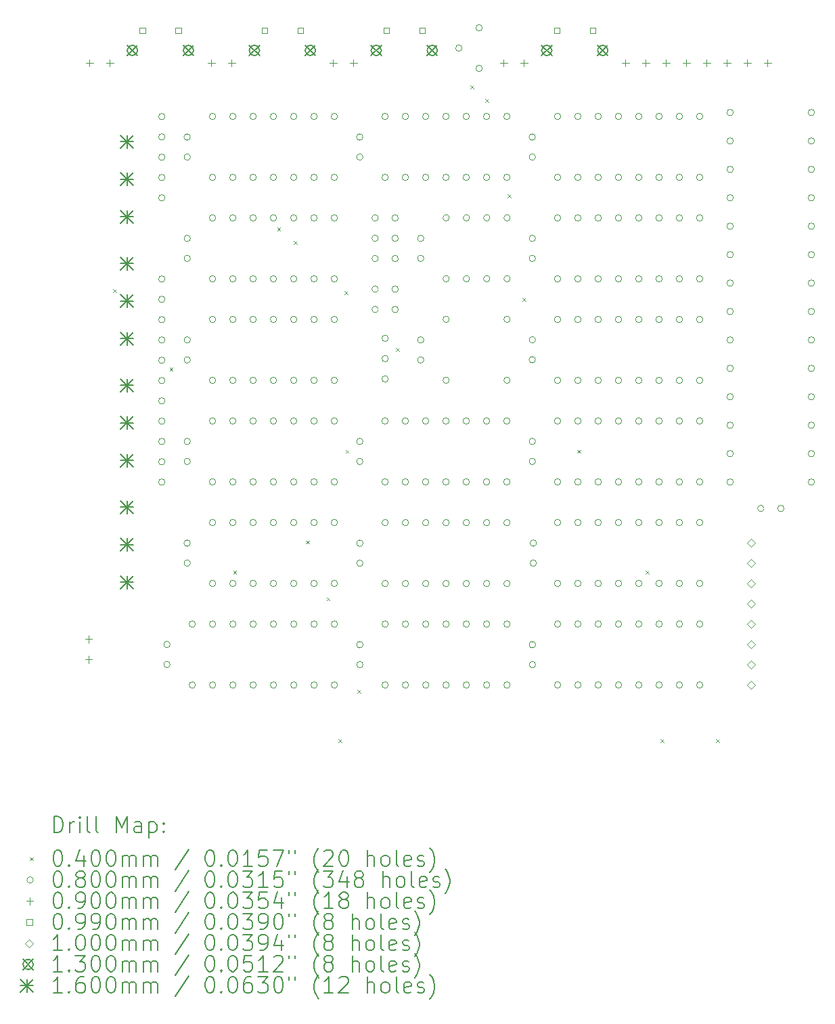
<source format=gbr>
%TF.GenerationSoftware,KiCad,Pcbnew,(6.0.7)*%
%TF.CreationDate,2022-11-29T20:10:27-05:00*%
%TF.ProjectId,Part 3 - Clock v3,50617274-2033-4202-9d20-436c6f636b20,1.1*%
%TF.SameCoordinates,Original*%
%TF.FileFunction,Drillmap*%
%TF.FilePolarity,Positive*%
%FSLAX45Y45*%
G04 Gerber Fmt 4.5, Leading zero omitted, Abs format (unit mm)*
G04 Created by KiCad (PCBNEW (6.0.7)) date 2022-11-29 20:10:27*
%MOMM*%
%LPD*%
G01*
G04 APERTURE LIST*
%ADD10C,0.200000*%
%ADD11C,0.040000*%
%ADD12C,0.080000*%
%ADD13C,0.090000*%
%ADD14C,0.099000*%
%ADD15C,0.100000*%
%ADD16C,0.130000*%
%ADD17C,0.160000*%
G04 APERTURE END LIST*
D10*
D11*
X9931750Y-8127120D02*
X9971750Y-8167120D01*
X9971750Y-8127120D02*
X9931750Y-8167120D01*
X10637680Y-9108880D02*
X10677680Y-9148880D01*
X10677680Y-9108880D02*
X10637680Y-9148880D01*
X11434670Y-11648440D02*
X11474670Y-11688440D01*
X11474670Y-11648440D02*
X11434670Y-11688440D01*
X11983760Y-7355610D02*
X12023760Y-7395610D01*
X12023760Y-7355610D02*
X11983760Y-7395610D01*
X12190380Y-7526260D02*
X12230380Y-7566260D01*
X12230380Y-7526260D02*
X12190380Y-7566260D01*
X12343160Y-11272520D02*
X12383160Y-11312520D01*
X12383160Y-11272520D02*
X12343160Y-11312520D01*
X12602790Y-11984710D02*
X12642790Y-12024710D01*
X12642790Y-11984710D02*
X12602790Y-12024710D01*
X12750450Y-13757500D02*
X12790450Y-13797500D01*
X12790450Y-13757500D02*
X12750450Y-13797500D01*
X12825990Y-8151870D02*
X12865990Y-8191870D01*
X12865990Y-8151870D02*
X12825990Y-8191870D01*
X12840250Y-10138860D02*
X12880250Y-10178860D01*
X12880250Y-10138860D02*
X12840250Y-10178860D01*
X12987530Y-13138980D02*
X13027530Y-13178980D01*
X13027530Y-13138980D02*
X12987530Y-13178980D01*
X13472670Y-8860910D02*
X13512670Y-8900910D01*
X13512670Y-8860910D02*
X13472670Y-8900910D01*
X14399130Y-5577590D02*
X14439130Y-5617590D01*
X14439130Y-5577590D02*
X14399130Y-5617590D01*
X14588160Y-5748060D02*
X14628160Y-5788060D01*
X14628160Y-5748060D02*
X14588160Y-5788060D01*
X14868400Y-6940720D02*
X14908400Y-6980720D01*
X14908400Y-6940720D02*
X14868400Y-6980720D01*
X15050750Y-8237490D02*
X15090750Y-8277490D01*
X15090750Y-8237490D02*
X15050750Y-8277490D01*
X15736500Y-10138000D02*
X15776500Y-10178000D01*
X15776500Y-10138000D02*
X15736500Y-10178000D01*
X16593920Y-11650360D02*
X16633920Y-11690360D01*
X16633920Y-11650360D02*
X16593920Y-11690360D01*
X16783580Y-13757500D02*
X16823580Y-13797500D01*
X16823580Y-13757500D02*
X16783580Y-13797500D01*
X17475000Y-13757500D02*
X17515000Y-13797500D01*
X17515000Y-13757500D02*
X17475000Y-13797500D01*
D12*
X10581000Y-5969000D02*
G75*
G03*
X10581000Y-5969000I-40000J0D01*
G01*
X10581000Y-6223000D02*
G75*
G03*
X10581000Y-6223000I-40000J0D01*
G01*
X10581000Y-6477000D02*
G75*
G03*
X10581000Y-6477000I-40000J0D01*
G01*
X10581000Y-6731000D02*
G75*
G03*
X10581000Y-6731000I-40000J0D01*
G01*
X10581000Y-6985000D02*
G75*
G03*
X10581000Y-6985000I-40000J0D01*
G01*
X10581000Y-8001000D02*
G75*
G03*
X10581000Y-8001000I-40000J0D01*
G01*
X10581000Y-8255000D02*
G75*
G03*
X10581000Y-8255000I-40000J0D01*
G01*
X10581000Y-8509000D02*
G75*
G03*
X10581000Y-8509000I-40000J0D01*
G01*
X10581000Y-8763000D02*
G75*
G03*
X10581000Y-8763000I-40000J0D01*
G01*
X10581000Y-9017000D02*
G75*
G03*
X10581000Y-9017000I-40000J0D01*
G01*
X10581000Y-9271000D02*
G75*
G03*
X10581000Y-9271000I-40000J0D01*
G01*
X10581000Y-9525000D02*
G75*
G03*
X10581000Y-9525000I-40000J0D01*
G01*
X10581000Y-9779000D02*
G75*
G03*
X10581000Y-9779000I-40000J0D01*
G01*
X10581000Y-10033000D02*
G75*
G03*
X10581000Y-10033000I-40000J0D01*
G01*
X10581000Y-10287000D02*
G75*
G03*
X10581000Y-10287000I-40000J0D01*
G01*
X10581000Y-10541000D02*
G75*
G03*
X10581000Y-10541000I-40000J0D01*
G01*
X10645500Y-12573000D02*
G75*
G03*
X10645500Y-12573000I-40000J0D01*
G01*
X10645500Y-12823000D02*
G75*
G03*
X10645500Y-12823000I-40000J0D01*
G01*
X10898500Y-6225000D02*
G75*
G03*
X10898500Y-6225000I-40000J0D01*
G01*
X10898500Y-6475000D02*
G75*
G03*
X10898500Y-6475000I-40000J0D01*
G01*
X10898500Y-7493000D02*
G75*
G03*
X10898500Y-7493000I-40000J0D01*
G01*
X10898500Y-7743000D02*
G75*
G03*
X10898500Y-7743000I-40000J0D01*
G01*
X10898500Y-8763000D02*
G75*
G03*
X10898500Y-8763000I-40000J0D01*
G01*
X10898500Y-9013000D02*
G75*
G03*
X10898500Y-9013000I-40000J0D01*
G01*
X10898500Y-10033000D02*
G75*
G03*
X10898500Y-10033000I-40000J0D01*
G01*
X10898500Y-10283000D02*
G75*
G03*
X10898500Y-10283000I-40000J0D01*
G01*
X10898500Y-11305000D02*
G75*
G03*
X10898500Y-11305000I-40000J0D01*
G01*
X10898500Y-11555000D02*
G75*
G03*
X10898500Y-11555000I-40000J0D01*
G01*
X10962500Y-12318000D02*
G75*
G03*
X10962500Y-12318000I-40000J0D01*
G01*
X10962500Y-13080000D02*
G75*
G03*
X10962500Y-13080000I-40000J0D01*
G01*
X11215500Y-5968000D02*
G75*
G03*
X11215500Y-5968000I-40000J0D01*
G01*
X11215500Y-6730000D02*
G75*
G03*
X11215500Y-6730000I-40000J0D01*
G01*
X11215500Y-11048000D02*
G75*
G03*
X11215500Y-11048000I-40000J0D01*
G01*
X11215500Y-11810000D02*
G75*
G03*
X11215500Y-11810000I-40000J0D01*
G01*
X11216000Y-7236000D02*
G75*
G03*
X11216000Y-7236000I-40000J0D01*
G01*
X11216000Y-7998000D02*
G75*
G03*
X11216000Y-7998000I-40000J0D01*
G01*
X11216000Y-8506000D02*
G75*
G03*
X11216000Y-8506000I-40000J0D01*
G01*
X11216000Y-9268000D02*
G75*
G03*
X11216000Y-9268000I-40000J0D01*
G01*
X11216000Y-9776000D02*
G75*
G03*
X11216000Y-9776000I-40000J0D01*
G01*
X11216000Y-10538000D02*
G75*
G03*
X11216000Y-10538000I-40000J0D01*
G01*
X11216500Y-12318000D02*
G75*
G03*
X11216500Y-12318000I-40000J0D01*
G01*
X11216500Y-13080000D02*
G75*
G03*
X11216500Y-13080000I-40000J0D01*
G01*
X11469500Y-5968000D02*
G75*
G03*
X11469500Y-5968000I-40000J0D01*
G01*
X11469500Y-6730000D02*
G75*
G03*
X11469500Y-6730000I-40000J0D01*
G01*
X11469500Y-11048000D02*
G75*
G03*
X11469500Y-11048000I-40000J0D01*
G01*
X11469500Y-11810000D02*
G75*
G03*
X11469500Y-11810000I-40000J0D01*
G01*
X11470000Y-7236000D02*
G75*
G03*
X11470000Y-7236000I-40000J0D01*
G01*
X11470000Y-7998000D02*
G75*
G03*
X11470000Y-7998000I-40000J0D01*
G01*
X11470000Y-8506000D02*
G75*
G03*
X11470000Y-8506000I-40000J0D01*
G01*
X11470000Y-9268000D02*
G75*
G03*
X11470000Y-9268000I-40000J0D01*
G01*
X11470000Y-9776000D02*
G75*
G03*
X11470000Y-9776000I-40000J0D01*
G01*
X11470000Y-10538000D02*
G75*
G03*
X11470000Y-10538000I-40000J0D01*
G01*
X11470500Y-12318000D02*
G75*
G03*
X11470500Y-12318000I-40000J0D01*
G01*
X11470500Y-13080000D02*
G75*
G03*
X11470500Y-13080000I-40000J0D01*
G01*
X11723500Y-5968000D02*
G75*
G03*
X11723500Y-5968000I-40000J0D01*
G01*
X11723500Y-6730000D02*
G75*
G03*
X11723500Y-6730000I-40000J0D01*
G01*
X11723500Y-11048000D02*
G75*
G03*
X11723500Y-11048000I-40000J0D01*
G01*
X11723500Y-11810000D02*
G75*
G03*
X11723500Y-11810000I-40000J0D01*
G01*
X11724000Y-7236000D02*
G75*
G03*
X11724000Y-7236000I-40000J0D01*
G01*
X11724000Y-7998000D02*
G75*
G03*
X11724000Y-7998000I-40000J0D01*
G01*
X11724000Y-8506000D02*
G75*
G03*
X11724000Y-8506000I-40000J0D01*
G01*
X11724000Y-9268000D02*
G75*
G03*
X11724000Y-9268000I-40000J0D01*
G01*
X11724000Y-9776000D02*
G75*
G03*
X11724000Y-9776000I-40000J0D01*
G01*
X11724000Y-10538000D02*
G75*
G03*
X11724000Y-10538000I-40000J0D01*
G01*
X11724500Y-12318000D02*
G75*
G03*
X11724500Y-12318000I-40000J0D01*
G01*
X11724500Y-13080000D02*
G75*
G03*
X11724500Y-13080000I-40000J0D01*
G01*
X11977500Y-5968000D02*
G75*
G03*
X11977500Y-5968000I-40000J0D01*
G01*
X11977500Y-6730000D02*
G75*
G03*
X11977500Y-6730000I-40000J0D01*
G01*
X11977500Y-11048000D02*
G75*
G03*
X11977500Y-11048000I-40000J0D01*
G01*
X11977500Y-11810000D02*
G75*
G03*
X11977500Y-11810000I-40000J0D01*
G01*
X11978000Y-7236000D02*
G75*
G03*
X11978000Y-7236000I-40000J0D01*
G01*
X11978000Y-7998000D02*
G75*
G03*
X11978000Y-7998000I-40000J0D01*
G01*
X11978000Y-8506000D02*
G75*
G03*
X11978000Y-8506000I-40000J0D01*
G01*
X11978000Y-9268000D02*
G75*
G03*
X11978000Y-9268000I-40000J0D01*
G01*
X11978000Y-9776000D02*
G75*
G03*
X11978000Y-9776000I-40000J0D01*
G01*
X11978000Y-10538000D02*
G75*
G03*
X11978000Y-10538000I-40000J0D01*
G01*
X11978500Y-12318000D02*
G75*
G03*
X11978500Y-12318000I-40000J0D01*
G01*
X11978500Y-13080000D02*
G75*
G03*
X11978500Y-13080000I-40000J0D01*
G01*
X12231500Y-5968000D02*
G75*
G03*
X12231500Y-5968000I-40000J0D01*
G01*
X12231500Y-6730000D02*
G75*
G03*
X12231500Y-6730000I-40000J0D01*
G01*
X12231500Y-11048000D02*
G75*
G03*
X12231500Y-11048000I-40000J0D01*
G01*
X12231500Y-11810000D02*
G75*
G03*
X12231500Y-11810000I-40000J0D01*
G01*
X12232000Y-7236000D02*
G75*
G03*
X12232000Y-7236000I-40000J0D01*
G01*
X12232000Y-7998000D02*
G75*
G03*
X12232000Y-7998000I-40000J0D01*
G01*
X12232000Y-8506000D02*
G75*
G03*
X12232000Y-8506000I-40000J0D01*
G01*
X12232000Y-9268000D02*
G75*
G03*
X12232000Y-9268000I-40000J0D01*
G01*
X12232000Y-9776000D02*
G75*
G03*
X12232000Y-9776000I-40000J0D01*
G01*
X12232000Y-10538000D02*
G75*
G03*
X12232000Y-10538000I-40000J0D01*
G01*
X12232500Y-12318000D02*
G75*
G03*
X12232500Y-12318000I-40000J0D01*
G01*
X12232500Y-13080000D02*
G75*
G03*
X12232500Y-13080000I-40000J0D01*
G01*
X12485500Y-5968000D02*
G75*
G03*
X12485500Y-5968000I-40000J0D01*
G01*
X12485500Y-6730000D02*
G75*
G03*
X12485500Y-6730000I-40000J0D01*
G01*
X12485500Y-11048000D02*
G75*
G03*
X12485500Y-11048000I-40000J0D01*
G01*
X12485500Y-11810000D02*
G75*
G03*
X12485500Y-11810000I-40000J0D01*
G01*
X12486000Y-7236000D02*
G75*
G03*
X12486000Y-7236000I-40000J0D01*
G01*
X12486000Y-7998000D02*
G75*
G03*
X12486000Y-7998000I-40000J0D01*
G01*
X12486000Y-8506000D02*
G75*
G03*
X12486000Y-8506000I-40000J0D01*
G01*
X12486000Y-9268000D02*
G75*
G03*
X12486000Y-9268000I-40000J0D01*
G01*
X12486000Y-9776000D02*
G75*
G03*
X12486000Y-9776000I-40000J0D01*
G01*
X12486000Y-10538000D02*
G75*
G03*
X12486000Y-10538000I-40000J0D01*
G01*
X12486500Y-12318000D02*
G75*
G03*
X12486500Y-12318000I-40000J0D01*
G01*
X12486500Y-13080000D02*
G75*
G03*
X12486500Y-13080000I-40000J0D01*
G01*
X12739500Y-5968000D02*
G75*
G03*
X12739500Y-5968000I-40000J0D01*
G01*
X12739500Y-6730000D02*
G75*
G03*
X12739500Y-6730000I-40000J0D01*
G01*
X12739500Y-11048000D02*
G75*
G03*
X12739500Y-11048000I-40000J0D01*
G01*
X12739500Y-11810000D02*
G75*
G03*
X12739500Y-11810000I-40000J0D01*
G01*
X12740000Y-7236000D02*
G75*
G03*
X12740000Y-7236000I-40000J0D01*
G01*
X12740000Y-7998000D02*
G75*
G03*
X12740000Y-7998000I-40000J0D01*
G01*
X12740000Y-8506000D02*
G75*
G03*
X12740000Y-8506000I-40000J0D01*
G01*
X12740000Y-9268000D02*
G75*
G03*
X12740000Y-9268000I-40000J0D01*
G01*
X12740000Y-9776000D02*
G75*
G03*
X12740000Y-9776000I-40000J0D01*
G01*
X12740000Y-10538000D02*
G75*
G03*
X12740000Y-10538000I-40000J0D01*
G01*
X12740500Y-12318000D02*
G75*
G03*
X12740500Y-12318000I-40000J0D01*
G01*
X12740500Y-13080000D02*
G75*
G03*
X12740500Y-13080000I-40000J0D01*
G01*
X13057500Y-6225000D02*
G75*
G03*
X13057500Y-6225000I-40000J0D01*
G01*
X13057500Y-6475000D02*
G75*
G03*
X13057500Y-6475000I-40000J0D01*
G01*
X13057500Y-10033000D02*
G75*
G03*
X13057500Y-10033000I-40000J0D01*
G01*
X13057500Y-10283000D02*
G75*
G03*
X13057500Y-10283000I-40000J0D01*
G01*
X13058500Y-11306000D02*
G75*
G03*
X13058500Y-11306000I-40000J0D01*
G01*
X13058500Y-11556000D02*
G75*
G03*
X13058500Y-11556000I-40000J0D01*
G01*
X13058500Y-12575000D02*
G75*
G03*
X13058500Y-12575000I-40000J0D01*
G01*
X13058500Y-12825000D02*
G75*
G03*
X13058500Y-12825000I-40000J0D01*
G01*
X13250000Y-7237000D02*
G75*
G03*
X13250000Y-7237000I-40000J0D01*
G01*
X13250000Y-7491000D02*
G75*
G03*
X13250000Y-7491000I-40000J0D01*
G01*
X13250000Y-7745000D02*
G75*
G03*
X13250000Y-7745000I-40000J0D01*
G01*
X13250000Y-8128000D02*
G75*
G03*
X13250000Y-8128000I-40000J0D01*
G01*
X13250000Y-8382000D02*
G75*
G03*
X13250000Y-8382000I-40000J0D01*
G01*
X13374500Y-5968000D02*
G75*
G03*
X13374500Y-5968000I-40000J0D01*
G01*
X13374500Y-6730000D02*
G75*
G03*
X13374500Y-6730000I-40000J0D01*
G01*
X13374500Y-9777000D02*
G75*
G03*
X13374500Y-9777000I-40000J0D01*
G01*
X13374500Y-10539000D02*
G75*
G03*
X13374500Y-10539000I-40000J0D01*
G01*
X13375000Y-8742500D02*
G75*
G03*
X13375000Y-8742500I-40000J0D01*
G01*
X13375000Y-8996500D02*
G75*
G03*
X13375000Y-8996500I-40000J0D01*
G01*
X13375000Y-9250500D02*
G75*
G03*
X13375000Y-9250500I-40000J0D01*
G01*
X13375500Y-11049000D02*
G75*
G03*
X13375500Y-11049000I-40000J0D01*
G01*
X13375500Y-11811000D02*
G75*
G03*
X13375500Y-11811000I-40000J0D01*
G01*
X13375500Y-12318000D02*
G75*
G03*
X13375500Y-12318000I-40000J0D01*
G01*
X13375500Y-13080000D02*
G75*
G03*
X13375500Y-13080000I-40000J0D01*
G01*
X13500000Y-7237000D02*
G75*
G03*
X13500000Y-7237000I-40000J0D01*
G01*
X13500000Y-7491000D02*
G75*
G03*
X13500000Y-7491000I-40000J0D01*
G01*
X13500000Y-7745000D02*
G75*
G03*
X13500000Y-7745000I-40000J0D01*
G01*
X13500000Y-8128000D02*
G75*
G03*
X13500000Y-8128000I-40000J0D01*
G01*
X13500000Y-8382000D02*
G75*
G03*
X13500000Y-8382000I-40000J0D01*
G01*
X13628500Y-5968000D02*
G75*
G03*
X13628500Y-5968000I-40000J0D01*
G01*
X13628500Y-6730000D02*
G75*
G03*
X13628500Y-6730000I-40000J0D01*
G01*
X13628500Y-9777000D02*
G75*
G03*
X13628500Y-9777000I-40000J0D01*
G01*
X13628500Y-10539000D02*
G75*
G03*
X13628500Y-10539000I-40000J0D01*
G01*
X13629500Y-11049000D02*
G75*
G03*
X13629500Y-11049000I-40000J0D01*
G01*
X13629500Y-11811000D02*
G75*
G03*
X13629500Y-11811000I-40000J0D01*
G01*
X13629500Y-12318000D02*
G75*
G03*
X13629500Y-12318000I-40000J0D01*
G01*
X13629500Y-13080000D02*
G75*
G03*
X13629500Y-13080000I-40000J0D01*
G01*
X13819500Y-7493000D02*
G75*
G03*
X13819500Y-7493000I-40000J0D01*
G01*
X13819500Y-7743000D02*
G75*
G03*
X13819500Y-7743000I-40000J0D01*
G01*
X13819500Y-8763000D02*
G75*
G03*
X13819500Y-8763000I-40000J0D01*
G01*
X13819500Y-9013000D02*
G75*
G03*
X13819500Y-9013000I-40000J0D01*
G01*
X13882500Y-5968000D02*
G75*
G03*
X13882500Y-5968000I-40000J0D01*
G01*
X13882500Y-6730000D02*
G75*
G03*
X13882500Y-6730000I-40000J0D01*
G01*
X13882500Y-9777000D02*
G75*
G03*
X13882500Y-9777000I-40000J0D01*
G01*
X13882500Y-10539000D02*
G75*
G03*
X13882500Y-10539000I-40000J0D01*
G01*
X13883500Y-11049000D02*
G75*
G03*
X13883500Y-11049000I-40000J0D01*
G01*
X13883500Y-11811000D02*
G75*
G03*
X13883500Y-11811000I-40000J0D01*
G01*
X13883500Y-12318000D02*
G75*
G03*
X13883500Y-12318000I-40000J0D01*
G01*
X13883500Y-13080000D02*
G75*
G03*
X13883500Y-13080000I-40000J0D01*
G01*
X14136500Y-5968000D02*
G75*
G03*
X14136500Y-5968000I-40000J0D01*
G01*
X14136500Y-6730000D02*
G75*
G03*
X14136500Y-6730000I-40000J0D01*
G01*
X14136500Y-9777000D02*
G75*
G03*
X14136500Y-9777000I-40000J0D01*
G01*
X14136500Y-10539000D02*
G75*
G03*
X14136500Y-10539000I-40000J0D01*
G01*
X14137500Y-11049000D02*
G75*
G03*
X14137500Y-11049000I-40000J0D01*
G01*
X14137500Y-11811000D02*
G75*
G03*
X14137500Y-11811000I-40000J0D01*
G01*
X14137500Y-12318000D02*
G75*
G03*
X14137500Y-12318000I-40000J0D01*
G01*
X14137500Y-13080000D02*
G75*
G03*
X14137500Y-13080000I-40000J0D01*
G01*
X14138000Y-8506000D02*
G75*
G03*
X14138000Y-8506000I-40000J0D01*
G01*
X14138000Y-9268000D02*
G75*
G03*
X14138000Y-9268000I-40000J0D01*
G01*
X14138500Y-7236000D02*
G75*
G03*
X14138500Y-7236000I-40000J0D01*
G01*
X14138500Y-7998000D02*
G75*
G03*
X14138500Y-7998000I-40000J0D01*
G01*
X14297560Y-5112820D02*
G75*
G03*
X14297560Y-5112820I-40000J0D01*
G01*
X14390500Y-5968000D02*
G75*
G03*
X14390500Y-5968000I-40000J0D01*
G01*
X14390500Y-6730000D02*
G75*
G03*
X14390500Y-6730000I-40000J0D01*
G01*
X14390500Y-9777000D02*
G75*
G03*
X14390500Y-9777000I-40000J0D01*
G01*
X14390500Y-10539000D02*
G75*
G03*
X14390500Y-10539000I-40000J0D01*
G01*
X14391500Y-11049000D02*
G75*
G03*
X14391500Y-11049000I-40000J0D01*
G01*
X14391500Y-11811000D02*
G75*
G03*
X14391500Y-11811000I-40000J0D01*
G01*
X14391500Y-12318000D02*
G75*
G03*
X14391500Y-12318000I-40000J0D01*
G01*
X14391500Y-13080000D02*
G75*
G03*
X14391500Y-13080000I-40000J0D01*
G01*
X14392500Y-7236000D02*
G75*
G03*
X14392500Y-7236000I-40000J0D01*
G01*
X14392500Y-7998000D02*
G75*
G03*
X14392500Y-7998000I-40000J0D01*
G01*
X14551560Y-4858820D02*
G75*
G03*
X14551560Y-4858820I-40000J0D01*
G01*
X14551560Y-5366820D02*
G75*
G03*
X14551560Y-5366820I-40000J0D01*
G01*
X14644500Y-5968000D02*
G75*
G03*
X14644500Y-5968000I-40000J0D01*
G01*
X14644500Y-6730000D02*
G75*
G03*
X14644500Y-6730000I-40000J0D01*
G01*
X14644500Y-9777000D02*
G75*
G03*
X14644500Y-9777000I-40000J0D01*
G01*
X14644500Y-10539000D02*
G75*
G03*
X14644500Y-10539000I-40000J0D01*
G01*
X14645500Y-11049000D02*
G75*
G03*
X14645500Y-11049000I-40000J0D01*
G01*
X14645500Y-11811000D02*
G75*
G03*
X14645500Y-11811000I-40000J0D01*
G01*
X14645500Y-12318000D02*
G75*
G03*
X14645500Y-12318000I-40000J0D01*
G01*
X14645500Y-13080000D02*
G75*
G03*
X14645500Y-13080000I-40000J0D01*
G01*
X14646500Y-7236000D02*
G75*
G03*
X14646500Y-7236000I-40000J0D01*
G01*
X14646500Y-7998000D02*
G75*
G03*
X14646500Y-7998000I-40000J0D01*
G01*
X14898500Y-5968000D02*
G75*
G03*
X14898500Y-5968000I-40000J0D01*
G01*
X14898500Y-6730000D02*
G75*
G03*
X14898500Y-6730000I-40000J0D01*
G01*
X14898500Y-9777000D02*
G75*
G03*
X14898500Y-9777000I-40000J0D01*
G01*
X14898500Y-10539000D02*
G75*
G03*
X14898500Y-10539000I-40000J0D01*
G01*
X14899500Y-11049000D02*
G75*
G03*
X14899500Y-11049000I-40000J0D01*
G01*
X14899500Y-11811000D02*
G75*
G03*
X14899500Y-11811000I-40000J0D01*
G01*
X14899500Y-12318000D02*
G75*
G03*
X14899500Y-12318000I-40000J0D01*
G01*
X14899500Y-13080000D02*
G75*
G03*
X14899500Y-13080000I-40000J0D01*
G01*
X14900000Y-8506000D02*
G75*
G03*
X14900000Y-8506000I-40000J0D01*
G01*
X14900000Y-9268000D02*
G75*
G03*
X14900000Y-9268000I-40000J0D01*
G01*
X14900500Y-7236000D02*
G75*
G03*
X14900500Y-7236000I-40000J0D01*
G01*
X14900500Y-7998000D02*
G75*
G03*
X14900500Y-7998000I-40000J0D01*
G01*
X15216500Y-6225000D02*
G75*
G03*
X15216500Y-6225000I-40000J0D01*
G01*
X15216500Y-6475000D02*
G75*
G03*
X15216500Y-6475000I-40000J0D01*
G01*
X15216500Y-7493000D02*
G75*
G03*
X15216500Y-7493000I-40000J0D01*
G01*
X15216500Y-7743000D02*
G75*
G03*
X15216500Y-7743000I-40000J0D01*
G01*
X15216500Y-8761000D02*
G75*
G03*
X15216500Y-8761000I-40000J0D01*
G01*
X15216500Y-9011000D02*
G75*
G03*
X15216500Y-9011000I-40000J0D01*
G01*
X15216500Y-10033000D02*
G75*
G03*
X15216500Y-10033000I-40000J0D01*
G01*
X15216500Y-10283000D02*
G75*
G03*
X15216500Y-10283000I-40000J0D01*
G01*
X15217500Y-12575000D02*
G75*
G03*
X15217500Y-12575000I-40000J0D01*
G01*
X15217500Y-12825000D02*
G75*
G03*
X15217500Y-12825000I-40000J0D01*
G01*
X15229200Y-11305000D02*
G75*
G03*
X15229200Y-11305000I-40000J0D01*
G01*
X15229200Y-11555000D02*
G75*
G03*
X15229200Y-11555000I-40000J0D01*
G01*
X15533000Y-5968000D02*
G75*
G03*
X15533000Y-5968000I-40000J0D01*
G01*
X15533000Y-6730000D02*
G75*
G03*
X15533000Y-6730000I-40000J0D01*
G01*
X15533000Y-7238000D02*
G75*
G03*
X15533000Y-7238000I-40000J0D01*
G01*
X15533000Y-8000000D02*
G75*
G03*
X15533000Y-8000000I-40000J0D01*
G01*
X15533000Y-8506000D02*
G75*
G03*
X15533000Y-8506000I-40000J0D01*
G01*
X15533000Y-9268000D02*
G75*
G03*
X15533000Y-9268000I-40000J0D01*
G01*
X15533000Y-9778000D02*
G75*
G03*
X15533000Y-9778000I-40000J0D01*
G01*
X15533000Y-10540000D02*
G75*
G03*
X15533000Y-10540000I-40000J0D01*
G01*
X15533000Y-11048000D02*
G75*
G03*
X15533000Y-11048000I-40000J0D01*
G01*
X15533000Y-11810000D02*
G75*
G03*
X15533000Y-11810000I-40000J0D01*
G01*
X15534000Y-12318000D02*
G75*
G03*
X15534000Y-12318000I-40000J0D01*
G01*
X15534000Y-13080000D02*
G75*
G03*
X15534000Y-13080000I-40000J0D01*
G01*
X15787000Y-5968000D02*
G75*
G03*
X15787000Y-5968000I-40000J0D01*
G01*
X15787000Y-6730000D02*
G75*
G03*
X15787000Y-6730000I-40000J0D01*
G01*
X15787000Y-7238000D02*
G75*
G03*
X15787000Y-7238000I-40000J0D01*
G01*
X15787000Y-8000000D02*
G75*
G03*
X15787000Y-8000000I-40000J0D01*
G01*
X15787000Y-8506000D02*
G75*
G03*
X15787000Y-8506000I-40000J0D01*
G01*
X15787000Y-9268000D02*
G75*
G03*
X15787000Y-9268000I-40000J0D01*
G01*
X15787000Y-9778000D02*
G75*
G03*
X15787000Y-9778000I-40000J0D01*
G01*
X15787000Y-10540000D02*
G75*
G03*
X15787000Y-10540000I-40000J0D01*
G01*
X15787000Y-11048000D02*
G75*
G03*
X15787000Y-11048000I-40000J0D01*
G01*
X15787000Y-11810000D02*
G75*
G03*
X15787000Y-11810000I-40000J0D01*
G01*
X15788000Y-12318000D02*
G75*
G03*
X15788000Y-12318000I-40000J0D01*
G01*
X15788000Y-13080000D02*
G75*
G03*
X15788000Y-13080000I-40000J0D01*
G01*
X16041000Y-5968000D02*
G75*
G03*
X16041000Y-5968000I-40000J0D01*
G01*
X16041000Y-6730000D02*
G75*
G03*
X16041000Y-6730000I-40000J0D01*
G01*
X16041000Y-7238000D02*
G75*
G03*
X16041000Y-7238000I-40000J0D01*
G01*
X16041000Y-8000000D02*
G75*
G03*
X16041000Y-8000000I-40000J0D01*
G01*
X16041000Y-8506000D02*
G75*
G03*
X16041000Y-8506000I-40000J0D01*
G01*
X16041000Y-9268000D02*
G75*
G03*
X16041000Y-9268000I-40000J0D01*
G01*
X16041000Y-9778000D02*
G75*
G03*
X16041000Y-9778000I-40000J0D01*
G01*
X16041000Y-10540000D02*
G75*
G03*
X16041000Y-10540000I-40000J0D01*
G01*
X16041000Y-11048000D02*
G75*
G03*
X16041000Y-11048000I-40000J0D01*
G01*
X16041000Y-11810000D02*
G75*
G03*
X16041000Y-11810000I-40000J0D01*
G01*
X16042000Y-12318000D02*
G75*
G03*
X16042000Y-12318000I-40000J0D01*
G01*
X16042000Y-13080000D02*
G75*
G03*
X16042000Y-13080000I-40000J0D01*
G01*
X16295000Y-5968000D02*
G75*
G03*
X16295000Y-5968000I-40000J0D01*
G01*
X16295000Y-6730000D02*
G75*
G03*
X16295000Y-6730000I-40000J0D01*
G01*
X16295000Y-7238000D02*
G75*
G03*
X16295000Y-7238000I-40000J0D01*
G01*
X16295000Y-8000000D02*
G75*
G03*
X16295000Y-8000000I-40000J0D01*
G01*
X16295000Y-8506000D02*
G75*
G03*
X16295000Y-8506000I-40000J0D01*
G01*
X16295000Y-9268000D02*
G75*
G03*
X16295000Y-9268000I-40000J0D01*
G01*
X16295000Y-9778000D02*
G75*
G03*
X16295000Y-9778000I-40000J0D01*
G01*
X16295000Y-10540000D02*
G75*
G03*
X16295000Y-10540000I-40000J0D01*
G01*
X16295000Y-11048000D02*
G75*
G03*
X16295000Y-11048000I-40000J0D01*
G01*
X16295000Y-11810000D02*
G75*
G03*
X16295000Y-11810000I-40000J0D01*
G01*
X16296000Y-12318000D02*
G75*
G03*
X16296000Y-12318000I-40000J0D01*
G01*
X16296000Y-13080000D02*
G75*
G03*
X16296000Y-13080000I-40000J0D01*
G01*
X16549000Y-5968000D02*
G75*
G03*
X16549000Y-5968000I-40000J0D01*
G01*
X16549000Y-6730000D02*
G75*
G03*
X16549000Y-6730000I-40000J0D01*
G01*
X16549000Y-7238000D02*
G75*
G03*
X16549000Y-7238000I-40000J0D01*
G01*
X16549000Y-8000000D02*
G75*
G03*
X16549000Y-8000000I-40000J0D01*
G01*
X16549000Y-8506000D02*
G75*
G03*
X16549000Y-8506000I-40000J0D01*
G01*
X16549000Y-9268000D02*
G75*
G03*
X16549000Y-9268000I-40000J0D01*
G01*
X16549000Y-9778000D02*
G75*
G03*
X16549000Y-9778000I-40000J0D01*
G01*
X16549000Y-10540000D02*
G75*
G03*
X16549000Y-10540000I-40000J0D01*
G01*
X16549000Y-11048000D02*
G75*
G03*
X16549000Y-11048000I-40000J0D01*
G01*
X16549000Y-11810000D02*
G75*
G03*
X16549000Y-11810000I-40000J0D01*
G01*
X16550000Y-12318000D02*
G75*
G03*
X16550000Y-12318000I-40000J0D01*
G01*
X16550000Y-13080000D02*
G75*
G03*
X16550000Y-13080000I-40000J0D01*
G01*
X16803000Y-5968000D02*
G75*
G03*
X16803000Y-5968000I-40000J0D01*
G01*
X16803000Y-6730000D02*
G75*
G03*
X16803000Y-6730000I-40000J0D01*
G01*
X16803000Y-7238000D02*
G75*
G03*
X16803000Y-7238000I-40000J0D01*
G01*
X16803000Y-8000000D02*
G75*
G03*
X16803000Y-8000000I-40000J0D01*
G01*
X16803000Y-8506000D02*
G75*
G03*
X16803000Y-8506000I-40000J0D01*
G01*
X16803000Y-9268000D02*
G75*
G03*
X16803000Y-9268000I-40000J0D01*
G01*
X16803000Y-9778000D02*
G75*
G03*
X16803000Y-9778000I-40000J0D01*
G01*
X16803000Y-10540000D02*
G75*
G03*
X16803000Y-10540000I-40000J0D01*
G01*
X16803000Y-11048000D02*
G75*
G03*
X16803000Y-11048000I-40000J0D01*
G01*
X16803000Y-11810000D02*
G75*
G03*
X16803000Y-11810000I-40000J0D01*
G01*
X16804000Y-12318000D02*
G75*
G03*
X16804000Y-12318000I-40000J0D01*
G01*
X16804000Y-13080000D02*
G75*
G03*
X16804000Y-13080000I-40000J0D01*
G01*
X17057000Y-5968000D02*
G75*
G03*
X17057000Y-5968000I-40000J0D01*
G01*
X17057000Y-6730000D02*
G75*
G03*
X17057000Y-6730000I-40000J0D01*
G01*
X17057000Y-7238000D02*
G75*
G03*
X17057000Y-7238000I-40000J0D01*
G01*
X17057000Y-8000000D02*
G75*
G03*
X17057000Y-8000000I-40000J0D01*
G01*
X17057000Y-8506000D02*
G75*
G03*
X17057000Y-8506000I-40000J0D01*
G01*
X17057000Y-9268000D02*
G75*
G03*
X17057000Y-9268000I-40000J0D01*
G01*
X17057000Y-9778000D02*
G75*
G03*
X17057000Y-9778000I-40000J0D01*
G01*
X17057000Y-10540000D02*
G75*
G03*
X17057000Y-10540000I-40000J0D01*
G01*
X17057000Y-11048000D02*
G75*
G03*
X17057000Y-11048000I-40000J0D01*
G01*
X17057000Y-11810000D02*
G75*
G03*
X17057000Y-11810000I-40000J0D01*
G01*
X17058000Y-12318000D02*
G75*
G03*
X17058000Y-12318000I-40000J0D01*
G01*
X17058000Y-13080000D02*
G75*
G03*
X17058000Y-13080000I-40000J0D01*
G01*
X17311000Y-5968000D02*
G75*
G03*
X17311000Y-5968000I-40000J0D01*
G01*
X17311000Y-6730000D02*
G75*
G03*
X17311000Y-6730000I-40000J0D01*
G01*
X17311000Y-7238000D02*
G75*
G03*
X17311000Y-7238000I-40000J0D01*
G01*
X17311000Y-8000000D02*
G75*
G03*
X17311000Y-8000000I-40000J0D01*
G01*
X17311000Y-8506000D02*
G75*
G03*
X17311000Y-8506000I-40000J0D01*
G01*
X17311000Y-9268000D02*
G75*
G03*
X17311000Y-9268000I-40000J0D01*
G01*
X17311000Y-9778000D02*
G75*
G03*
X17311000Y-9778000I-40000J0D01*
G01*
X17311000Y-10540000D02*
G75*
G03*
X17311000Y-10540000I-40000J0D01*
G01*
X17311000Y-11048000D02*
G75*
G03*
X17311000Y-11048000I-40000J0D01*
G01*
X17311000Y-11810000D02*
G75*
G03*
X17311000Y-11810000I-40000J0D01*
G01*
X17312000Y-12318000D02*
G75*
G03*
X17312000Y-12318000I-40000J0D01*
G01*
X17312000Y-13080000D02*
G75*
G03*
X17312000Y-13080000I-40000J0D01*
G01*
X17693000Y-5918200D02*
G75*
G03*
X17693000Y-5918200I-40000J0D01*
G01*
X17693000Y-6273800D02*
G75*
G03*
X17693000Y-6273800I-40000J0D01*
G01*
X17693000Y-6629400D02*
G75*
G03*
X17693000Y-6629400I-40000J0D01*
G01*
X17693000Y-6985000D02*
G75*
G03*
X17693000Y-6985000I-40000J0D01*
G01*
X17693000Y-7340600D02*
G75*
G03*
X17693000Y-7340600I-40000J0D01*
G01*
X17693000Y-7696200D02*
G75*
G03*
X17693000Y-7696200I-40000J0D01*
G01*
X17693000Y-8051800D02*
G75*
G03*
X17693000Y-8051800I-40000J0D01*
G01*
X17693000Y-8407400D02*
G75*
G03*
X17693000Y-8407400I-40000J0D01*
G01*
X17693000Y-8763000D02*
G75*
G03*
X17693000Y-8763000I-40000J0D01*
G01*
X17693000Y-9118600D02*
G75*
G03*
X17693000Y-9118600I-40000J0D01*
G01*
X17693000Y-9474200D02*
G75*
G03*
X17693000Y-9474200I-40000J0D01*
G01*
X17693000Y-9829800D02*
G75*
G03*
X17693000Y-9829800I-40000J0D01*
G01*
X17693000Y-10185400D02*
G75*
G03*
X17693000Y-10185400I-40000J0D01*
G01*
X17693000Y-10541000D02*
G75*
G03*
X17693000Y-10541000I-40000J0D01*
G01*
X18076000Y-10871200D02*
G75*
G03*
X18076000Y-10871200I-40000J0D01*
G01*
X18326000Y-10871200D02*
G75*
G03*
X18326000Y-10871200I-40000J0D01*
G01*
X18709000Y-5918200D02*
G75*
G03*
X18709000Y-5918200I-40000J0D01*
G01*
X18709000Y-6273800D02*
G75*
G03*
X18709000Y-6273800I-40000J0D01*
G01*
X18709000Y-6629400D02*
G75*
G03*
X18709000Y-6629400I-40000J0D01*
G01*
X18709000Y-6985000D02*
G75*
G03*
X18709000Y-6985000I-40000J0D01*
G01*
X18709000Y-7340600D02*
G75*
G03*
X18709000Y-7340600I-40000J0D01*
G01*
X18709000Y-7696200D02*
G75*
G03*
X18709000Y-7696200I-40000J0D01*
G01*
X18709000Y-8051800D02*
G75*
G03*
X18709000Y-8051800I-40000J0D01*
G01*
X18709000Y-8407400D02*
G75*
G03*
X18709000Y-8407400I-40000J0D01*
G01*
X18709000Y-8763000D02*
G75*
G03*
X18709000Y-8763000I-40000J0D01*
G01*
X18709000Y-9118600D02*
G75*
G03*
X18709000Y-9118600I-40000J0D01*
G01*
X18709000Y-9474200D02*
G75*
G03*
X18709000Y-9474200I-40000J0D01*
G01*
X18709000Y-9829800D02*
G75*
G03*
X18709000Y-9829800I-40000J0D01*
G01*
X18709000Y-10185400D02*
G75*
G03*
X18709000Y-10185400I-40000J0D01*
G01*
X18709000Y-10541000D02*
G75*
G03*
X18709000Y-10541000I-40000J0D01*
G01*
D13*
X9626600Y-12461960D02*
X9626600Y-12551960D01*
X9581600Y-12506960D02*
X9671600Y-12506960D01*
X9626600Y-12715960D02*
X9626600Y-12805960D01*
X9581600Y-12760960D02*
X9671600Y-12760960D01*
X9637300Y-5254000D02*
X9637300Y-5344000D01*
X9592300Y-5299000D02*
X9682300Y-5299000D01*
X9891300Y-5254000D02*
X9891300Y-5344000D01*
X9846300Y-5299000D02*
X9936300Y-5299000D01*
X11160200Y-5254130D02*
X11160200Y-5344130D01*
X11115200Y-5299130D02*
X11205200Y-5299130D01*
X11414200Y-5254130D02*
X11414200Y-5344130D01*
X11369200Y-5299130D02*
X11459200Y-5299130D01*
X12685300Y-5254130D02*
X12685300Y-5344130D01*
X12640300Y-5299130D02*
X12730300Y-5299130D01*
X12939300Y-5254130D02*
X12939300Y-5344130D01*
X12894300Y-5299130D02*
X12984300Y-5299130D01*
X14818800Y-5254000D02*
X14818800Y-5344000D01*
X14773800Y-5299000D02*
X14863800Y-5299000D01*
X15072800Y-5254000D02*
X15072800Y-5344000D01*
X15027800Y-5299000D02*
X15117800Y-5299000D01*
X16342800Y-5254000D02*
X16342800Y-5344000D01*
X16297800Y-5299000D02*
X16387800Y-5299000D01*
X16596800Y-5254000D02*
X16596800Y-5344000D01*
X16551800Y-5299000D02*
X16641800Y-5299000D01*
X16850800Y-5254000D02*
X16850800Y-5344000D01*
X16805800Y-5299000D02*
X16895800Y-5299000D01*
X17104800Y-5254000D02*
X17104800Y-5344000D01*
X17059800Y-5299000D02*
X17149800Y-5299000D01*
X17358800Y-5254000D02*
X17358800Y-5344000D01*
X17313800Y-5299000D02*
X17403800Y-5299000D01*
X17612800Y-5254000D02*
X17612800Y-5344000D01*
X17567800Y-5299000D02*
X17657800Y-5299000D01*
X17866800Y-5254000D02*
X17866800Y-5344000D01*
X17821800Y-5299000D02*
X17911800Y-5299000D01*
X18120800Y-5254000D02*
X18120800Y-5344000D01*
X18075800Y-5299000D02*
X18165800Y-5299000D01*
D14*
X10333262Y-4927172D02*
X10333262Y-4857168D01*
X10263258Y-4857168D01*
X10263258Y-4927172D01*
X10333262Y-4927172D01*
X10783262Y-4927172D02*
X10783262Y-4857168D01*
X10713258Y-4857168D01*
X10713258Y-4927172D01*
X10783262Y-4927172D01*
X11858702Y-4927172D02*
X11858702Y-4857168D01*
X11788698Y-4857168D01*
X11788698Y-4927172D01*
X11858702Y-4927172D01*
X12308702Y-4927172D02*
X12308702Y-4857168D01*
X12238698Y-4857168D01*
X12238698Y-4927172D01*
X12308702Y-4927172D01*
X13383802Y-4927042D02*
X13383802Y-4857038D01*
X13313798Y-4857038D01*
X13313798Y-4927042D01*
X13383802Y-4927042D01*
X13833802Y-4927042D02*
X13833802Y-4857038D01*
X13763798Y-4857038D01*
X13763798Y-4927042D01*
X13833802Y-4927042D01*
X15517302Y-4927172D02*
X15517302Y-4857168D01*
X15447298Y-4857168D01*
X15447298Y-4927172D01*
X15517302Y-4927172D01*
X15967302Y-4927172D02*
X15967302Y-4857168D01*
X15897298Y-4857168D01*
X15897298Y-4927172D01*
X15967302Y-4927172D01*
D15*
X17911460Y-11351960D02*
X17961460Y-11301960D01*
X17911460Y-11251960D01*
X17861460Y-11301960D01*
X17911460Y-11351960D01*
X17911460Y-11605960D02*
X17961460Y-11555960D01*
X17911460Y-11505960D01*
X17861460Y-11555960D01*
X17911460Y-11605960D01*
X17911460Y-11859960D02*
X17961460Y-11809960D01*
X17911460Y-11759960D01*
X17861460Y-11809960D01*
X17911460Y-11859960D01*
X17911460Y-12113960D02*
X17961460Y-12063960D01*
X17911460Y-12013960D01*
X17861460Y-12063960D01*
X17911460Y-12113960D01*
X17911460Y-12367960D02*
X17961460Y-12317960D01*
X17911460Y-12267960D01*
X17861460Y-12317960D01*
X17911460Y-12367960D01*
X17911460Y-12621960D02*
X17961460Y-12571960D01*
X17911460Y-12521960D01*
X17861460Y-12571960D01*
X17911460Y-12621960D01*
X17911460Y-12875960D02*
X17961460Y-12825960D01*
X17911460Y-12775960D01*
X17861460Y-12825960D01*
X17911460Y-12875960D01*
X17911460Y-13129960D02*
X17961460Y-13079960D01*
X17911460Y-13029960D01*
X17861460Y-13079960D01*
X17911460Y-13129960D01*
D16*
X10108260Y-5076170D02*
X10238260Y-5206170D01*
X10238260Y-5076170D02*
X10108260Y-5206170D01*
X10238260Y-5141170D02*
G75*
G03*
X10238260Y-5141170I-65000J0D01*
G01*
X10809260Y-5076170D02*
X10939260Y-5206170D01*
X10939260Y-5076170D02*
X10809260Y-5206170D01*
X10939260Y-5141170D02*
G75*
G03*
X10939260Y-5141170I-65000J0D01*
G01*
X11633700Y-5076170D02*
X11763700Y-5206170D01*
X11763700Y-5076170D02*
X11633700Y-5206170D01*
X11763700Y-5141170D02*
G75*
G03*
X11763700Y-5141170I-65000J0D01*
G01*
X12334700Y-5076170D02*
X12464700Y-5206170D01*
X12464700Y-5076170D02*
X12334700Y-5206170D01*
X12464700Y-5141170D02*
G75*
G03*
X12464700Y-5141170I-65000J0D01*
G01*
X13158800Y-5076040D02*
X13288800Y-5206040D01*
X13288800Y-5076040D02*
X13158800Y-5206040D01*
X13288800Y-5141040D02*
G75*
G03*
X13288800Y-5141040I-65000J0D01*
G01*
X13859800Y-5076040D02*
X13989800Y-5206040D01*
X13989800Y-5076040D02*
X13859800Y-5206040D01*
X13989800Y-5141040D02*
G75*
G03*
X13989800Y-5141040I-65000J0D01*
G01*
X15292300Y-5076170D02*
X15422300Y-5206170D01*
X15422300Y-5076170D02*
X15292300Y-5206170D01*
X15422300Y-5141170D02*
G75*
G03*
X15422300Y-5141170I-65000J0D01*
G01*
X15993300Y-5076170D02*
X16123300Y-5206170D01*
X16123300Y-5076170D02*
X15993300Y-5206170D01*
X16123300Y-5141170D02*
G75*
G03*
X16123300Y-5141170I-65000J0D01*
G01*
D17*
X10026860Y-6203860D02*
X10186860Y-6363860D01*
X10186860Y-6203860D02*
X10026860Y-6363860D01*
X10106860Y-6203860D02*
X10106860Y-6363860D01*
X10026860Y-6283860D02*
X10186860Y-6283860D01*
X10026860Y-6673860D02*
X10186860Y-6833860D01*
X10186860Y-6673860D02*
X10026860Y-6833860D01*
X10106860Y-6673860D02*
X10106860Y-6833860D01*
X10026860Y-6753860D02*
X10186860Y-6753860D01*
X10026860Y-7143860D02*
X10186860Y-7303860D01*
X10186860Y-7143860D02*
X10026860Y-7303860D01*
X10106860Y-7143860D02*
X10106860Y-7303860D01*
X10026860Y-7223860D02*
X10186860Y-7223860D01*
X10026860Y-7727860D02*
X10186860Y-7887860D01*
X10186860Y-7727860D02*
X10026860Y-7887860D01*
X10106860Y-7727860D02*
X10106860Y-7887860D01*
X10026860Y-7807860D02*
X10186860Y-7807860D01*
X10026860Y-8197860D02*
X10186860Y-8357860D01*
X10186860Y-8197860D02*
X10026860Y-8357860D01*
X10106860Y-8197860D02*
X10106860Y-8357860D01*
X10026860Y-8277860D02*
X10186860Y-8277860D01*
X10026860Y-8667860D02*
X10186860Y-8827860D01*
X10186860Y-8667860D02*
X10026860Y-8827860D01*
X10106860Y-8667860D02*
X10106860Y-8827860D01*
X10026860Y-8747860D02*
X10186860Y-8747860D01*
X10026860Y-9251860D02*
X10186860Y-9411860D01*
X10186860Y-9251860D02*
X10026860Y-9411860D01*
X10106860Y-9251860D02*
X10106860Y-9411860D01*
X10026860Y-9331860D02*
X10186860Y-9331860D01*
X10026860Y-9721860D02*
X10186860Y-9881860D01*
X10186860Y-9721860D02*
X10026860Y-9881860D01*
X10106860Y-9721860D02*
X10106860Y-9881860D01*
X10026860Y-9801860D02*
X10186860Y-9801860D01*
X10026860Y-10191860D02*
X10186860Y-10351860D01*
X10186860Y-10191860D02*
X10026860Y-10351860D01*
X10106860Y-10191860D02*
X10106860Y-10351860D01*
X10026860Y-10271860D02*
X10186860Y-10271860D01*
X10026860Y-10775860D02*
X10186860Y-10935860D01*
X10186860Y-10775860D02*
X10026860Y-10935860D01*
X10106860Y-10775860D02*
X10106860Y-10935860D01*
X10026860Y-10855860D02*
X10186860Y-10855860D01*
X10026860Y-11245860D02*
X10186860Y-11405860D01*
X10186860Y-11245860D02*
X10026860Y-11405860D01*
X10106860Y-11245860D02*
X10106860Y-11405860D01*
X10026860Y-11325860D02*
X10186860Y-11325860D01*
X10026860Y-11715860D02*
X10186860Y-11875860D01*
X10186860Y-11715860D02*
X10026860Y-11875860D01*
X10106860Y-11715860D02*
X10106860Y-11875860D01*
X10026860Y-11795860D02*
X10186860Y-11795860D01*
D10*
X9190619Y-14925476D02*
X9190619Y-14725476D01*
X9238238Y-14725476D01*
X9266810Y-14735000D01*
X9285857Y-14754048D01*
X9295381Y-14773095D01*
X9304905Y-14811190D01*
X9304905Y-14839762D01*
X9295381Y-14877857D01*
X9285857Y-14896905D01*
X9266810Y-14915952D01*
X9238238Y-14925476D01*
X9190619Y-14925476D01*
X9390619Y-14925476D02*
X9390619Y-14792143D01*
X9390619Y-14830238D02*
X9400143Y-14811190D01*
X9409667Y-14801667D01*
X9428714Y-14792143D01*
X9447762Y-14792143D01*
X9514429Y-14925476D02*
X9514429Y-14792143D01*
X9514429Y-14725476D02*
X9504905Y-14735000D01*
X9514429Y-14744524D01*
X9523952Y-14735000D01*
X9514429Y-14725476D01*
X9514429Y-14744524D01*
X9638238Y-14925476D02*
X9619190Y-14915952D01*
X9609667Y-14896905D01*
X9609667Y-14725476D01*
X9743000Y-14925476D02*
X9723952Y-14915952D01*
X9714429Y-14896905D01*
X9714429Y-14725476D01*
X9971571Y-14925476D02*
X9971571Y-14725476D01*
X10038238Y-14868333D01*
X10104905Y-14725476D01*
X10104905Y-14925476D01*
X10285857Y-14925476D02*
X10285857Y-14820714D01*
X10276333Y-14801667D01*
X10257286Y-14792143D01*
X10219190Y-14792143D01*
X10200143Y-14801667D01*
X10285857Y-14915952D02*
X10266810Y-14925476D01*
X10219190Y-14925476D01*
X10200143Y-14915952D01*
X10190619Y-14896905D01*
X10190619Y-14877857D01*
X10200143Y-14858809D01*
X10219190Y-14849286D01*
X10266810Y-14849286D01*
X10285857Y-14839762D01*
X10381095Y-14792143D02*
X10381095Y-14992143D01*
X10381095Y-14801667D02*
X10400143Y-14792143D01*
X10438238Y-14792143D01*
X10457286Y-14801667D01*
X10466810Y-14811190D01*
X10476333Y-14830238D01*
X10476333Y-14887381D01*
X10466810Y-14906428D01*
X10457286Y-14915952D01*
X10438238Y-14925476D01*
X10400143Y-14925476D01*
X10381095Y-14915952D01*
X10562048Y-14906428D02*
X10571571Y-14915952D01*
X10562048Y-14925476D01*
X10552524Y-14915952D01*
X10562048Y-14906428D01*
X10562048Y-14925476D01*
X10562048Y-14801667D02*
X10571571Y-14811190D01*
X10562048Y-14820714D01*
X10552524Y-14811190D01*
X10562048Y-14801667D01*
X10562048Y-14820714D01*
D11*
X8893000Y-15235000D02*
X8933000Y-15275000D01*
X8933000Y-15235000D02*
X8893000Y-15275000D01*
D10*
X9228714Y-15145476D02*
X9247762Y-15145476D01*
X9266810Y-15155000D01*
X9276333Y-15164524D01*
X9285857Y-15183571D01*
X9295381Y-15221667D01*
X9295381Y-15269286D01*
X9285857Y-15307381D01*
X9276333Y-15326428D01*
X9266810Y-15335952D01*
X9247762Y-15345476D01*
X9228714Y-15345476D01*
X9209667Y-15335952D01*
X9200143Y-15326428D01*
X9190619Y-15307381D01*
X9181095Y-15269286D01*
X9181095Y-15221667D01*
X9190619Y-15183571D01*
X9200143Y-15164524D01*
X9209667Y-15155000D01*
X9228714Y-15145476D01*
X9381095Y-15326428D02*
X9390619Y-15335952D01*
X9381095Y-15345476D01*
X9371571Y-15335952D01*
X9381095Y-15326428D01*
X9381095Y-15345476D01*
X9562048Y-15212143D02*
X9562048Y-15345476D01*
X9514429Y-15135952D02*
X9466810Y-15278809D01*
X9590619Y-15278809D01*
X9704905Y-15145476D02*
X9723952Y-15145476D01*
X9743000Y-15155000D01*
X9752524Y-15164524D01*
X9762048Y-15183571D01*
X9771571Y-15221667D01*
X9771571Y-15269286D01*
X9762048Y-15307381D01*
X9752524Y-15326428D01*
X9743000Y-15335952D01*
X9723952Y-15345476D01*
X9704905Y-15345476D01*
X9685857Y-15335952D01*
X9676333Y-15326428D01*
X9666810Y-15307381D01*
X9657286Y-15269286D01*
X9657286Y-15221667D01*
X9666810Y-15183571D01*
X9676333Y-15164524D01*
X9685857Y-15155000D01*
X9704905Y-15145476D01*
X9895381Y-15145476D02*
X9914429Y-15145476D01*
X9933476Y-15155000D01*
X9943000Y-15164524D01*
X9952524Y-15183571D01*
X9962048Y-15221667D01*
X9962048Y-15269286D01*
X9952524Y-15307381D01*
X9943000Y-15326428D01*
X9933476Y-15335952D01*
X9914429Y-15345476D01*
X9895381Y-15345476D01*
X9876333Y-15335952D01*
X9866810Y-15326428D01*
X9857286Y-15307381D01*
X9847762Y-15269286D01*
X9847762Y-15221667D01*
X9857286Y-15183571D01*
X9866810Y-15164524D01*
X9876333Y-15155000D01*
X9895381Y-15145476D01*
X10047762Y-15345476D02*
X10047762Y-15212143D01*
X10047762Y-15231190D02*
X10057286Y-15221667D01*
X10076333Y-15212143D01*
X10104905Y-15212143D01*
X10123952Y-15221667D01*
X10133476Y-15240714D01*
X10133476Y-15345476D01*
X10133476Y-15240714D02*
X10143000Y-15221667D01*
X10162048Y-15212143D01*
X10190619Y-15212143D01*
X10209667Y-15221667D01*
X10219190Y-15240714D01*
X10219190Y-15345476D01*
X10314429Y-15345476D02*
X10314429Y-15212143D01*
X10314429Y-15231190D02*
X10323952Y-15221667D01*
X10343000Y-15212143D01*
X10371571Y-15212143D01*
X10390619Y-15221667D01*
X10400143Y-15240714D01*
X10400143Y-15345476D01*
X10400143Y-15240714D02*
X10409667Y-15221667D01*
X10428714Y-15212143D01*
X10457286Y-15212143D01*
X10476333Y-15221667D01*
X10485857Y-15240714D01*
X10485857Y-15345476D01*
X10876333Y-15135952D02*
X10704905Y-15393095D01*
X11133476Y-15145476D02*
X11152524Y-15145476D01*
X11171571Y-15155000D01*
X11181095Y-15164524D01*
X11190619Y-15183571D01*
X11200143Y-15221667D01*
X11200143Y-15269286D01*
X11190619Y-15307381D01*
X11181095Y-15326428D01*
X11171571Y-15335952D01*
X11152524Y-15345476D01*
X11133476Y-15345476D01*
X11114429Y-15335952D01*
X11104905Y-15326428D01*
X11095381Y-15307381D01*
X11085857Y-15269286D01*
X11085857Y-15221667D01*
X11095381Y-15183571D01*
X11104905Y-15164524D01*
X11114429Y-15155000D01*
X11133476Y-15145476D01*
X11285857Y-15326428D02*
X11295381Y-15335952D01*
X11285857Y-15345476D01*
X11276333Y-15335952D01*
X11285857Y-15326428D01*
X11285857Y-15345476D01*
X11419190Y-15145476D02*
X11438238Y-15145476D01*
X11457286Y-15155000D01*
X11466809Y-15164524D01*
X11476333Y-15183571D01*
X11485857Y-15221667D01*
X11485857Y-15269286D01*
X11476333Y-15307381D01*
X11466809Y-15326428D01*
X11457286Y-15335952D01*
X11438238Y-15345476D01*
X11419190Y-15345476D01*
X11400143Y-15335952D01*
X11390619Y-15326428D01*
X11381095Y-15307381D01*
X11371571Y-15269286D01*
X11371571Y-15221667D01*
X11381095Y-15183571D01*
X11390619Y-15164524D01*
X11400143Y-15155000D01*
X11419190Y-15145476D01*
X11676333Y-15345476D02*
X11562048Y-15345476D01*
X11619190Y-15345476D02*
X11619190Y-15145476D01*
X11600143Y-15174048D01*
X11581095Y-15193095D01*
X11562048Y-15202619D01*
X11857286Y-15145476D02*
X11762048Y-15145476D01*
X11752524Y-15240714D01*
X11762048Y-15231190D01*
X11781095Y-15221667D01*
X11828714Y-15221667D01*
X11847762Y-15231190D01*
X11857286Y-15240714D01*
X11866809Y-15259762D01*
X11866809Y-15307381D01*
X11857286Y-15326428D01*
X11847762Y-15335952D01*
X11828714Y-15345476D01*
X11781095Y-15345476D01*
X11762048Y-15335952D01*
X11752524Y-15326428D01*
X11933476Y-15145476D02*
X12066809Y-15145476D01*
X11981095Y-15345476D01*
X12133476Y-15145476D02*
X12133476Y-15183571D01*
X12209667Y-15145476D02*
X12209667Y-15183571D01*
X12504905Y-15421667D02*
X12495381Y-15412143D01*
X12476333Y-15383571D01*
X12466809Y-15364524D01*
X12457286Y-15335952D01*
X12447762Y-15288333D01*
X12447762Y-15250238D01*
X12457286Y-15202619D01*
X12466809Y-15174048D01*
X12476333Y-15155000D01*
X12495381Y-15126428D01*
X12504905Y-15116905D01*
X12571571Y-15164524D02*
X12581095Y-15155000D01*
X12600143Y-15145476D01*
X12647762Y-15145476D01*
X12666809Y-15155000D01*
X12676333Y-15164524D01*
X12685857Y-15183571D01*
X12685857Y-15202619D01*
X12676333Y-15231190D01*
X12562048Y-15345476D01*
X12685857Y-15345476D01*
X12809667Y-15145476D02*
X12828714Y-15145476D01*
X12847762Y-15155000D01*
X12857286Y-15164524D01*
X12866809Y-15183571D01*
X12876333Y-15221667D01*
X12876333Y-15269286D01*
X12866809Y-15307381D01*
X12857286Y-15326428D01*
X12847762Y-15335952D01*
X12828714Y-15345476D01*
X12809667Y-15345476D01*
X12790619Y-15335952D01*
X12781095Y-15326428D01*
X12771571Y-15307381D01*
X12762048Y-15269286D01*
X12762048Y-15221667D01*
X12771571Y-15183571D01*
X12781095Y-15164524D01*
X12790619Y-15155000D01*
X12809667Y-15145476D01*
X13114428Y-15345476D02*
X13114428Y-15145476D01*
X13200143Y-15345476D02*
X13200143Y-15240714D01*
X13190619Y-15221667D01*
X13171571Y-15212143D01*
X13143000Y-15212143D01*
X13123952Y-15221667D01*
X13114428Y-15231190D01*
X13323952Y-15345476D02*
X13304905Y-15335952D01*
X13295381Y-15326428D01*
X13285857Y-15307381D01*
X13285857Y-15250238D01*
X13295381Y-15231190D01*
X13304905Y-15221667D01*
X13323952Y-15212143D01*
X13352524Y-15212143D01*
X13371571Y-15221667D01*
X13381095Y-15231190D01*
X13390619Y-15250238D01*
X13390619Y-15307381D01*
X13381095Y-15326428D01*
X13371571Y-15335952D01*
X13352524Y-15345476D01*
X13323952Y-15345476D01*
X13504905Y-15345476D02*
X13485857Y-15335952D01*
X13476333Y-15316905D01*
X13476333Y-15145476D01*
X13657286Y-15335952D02*
X13638238Y-15345476D01*
X13600143Y-15345476D01*
X13581095Y-15335952D01*
X13571571Y-15316905D01*
X13571571Y-15240714D01*
X13581095Y-15221667D01*
X13600143Y-15212143D01*
X13638238Y-15212143D01*
X13657286Y-15221667D01*
X13666809Y-15240714D01*
X13666809Y-15259762D01*
X13571571Y-15278809D01*
X13743000Y-15335952D02*
X13762048Y-15345476D01*
X13800143Y-15345476D01*
X13819190Y-15335952D01*
X13828714Y-15316905D01*
X13828714Y-15307381D01*
X13819190Y-15288333D01*
X13800143Y-15278809D01*
X13771571Y-15278809D01*
X13752524Y-15269286D01*
X13743000Y-15250238D01*
X13743000Y-15240714D01*
X13752524Y-15221667D01*
X13771571Y-15212143D01*
X13800143Y-15212143D01*
X13819190Y-15221667D01*
X13895381Y-15421667D02*
X13904905Y-15412143D01*
X13923952Y-15383571D01*
X13933476Y-15364524D01*
X13943000Y-15335952D01*
X13952524Y-15288333D01*
X13952524Y-15250238D01*
X13943000Y-15202619D01*
X13933476Y-15174048D01*
X13923952Y-15155000D01*
X13904905Y-15126428D01*
X13895381Y-15116905D01*
D12*
X8933000Y-15519000D02*
G75*
G03*
X8933000Y-15519000I-40000J0D01*
G01*
D10*
X9228714Y-15409476D02*
X9247762Y-15409476D01*
X9266810Y-15419000D01*
X9276333Y-15428524D01*
X9285857Y-15447571D01*
X9295381Y-15485667D01*
X9295381Y-15533286D01*
X9285857Y-15571381D01*
X9276333Y-15590428D01*
X9266810Y-15599952D01*
X9247762Y-15609476D01*
X9228714Y-15609476D01*
X9209667Y-15599952D01*
X9200143Y-15590428D01*
X9190619Y-15571381D01*
X9181095Y-15533286D01*
X9181095Y-15485667D01*
X9190619Y-15447571D01*
X9200143Y-15428524D01*
X9209667Y-15419000D01*
X9228714Y-15409476D01*
X9381095Y-15590428D02*
X9390619Y-15599952D01*
X9381095Y-15609476D01*
X9371571Y-15599952D01*
X9381095Y-15590428D01*
X9381095Y-15609476D01*
X9504905Y-15495190D02*
X9485857Y-15485667D01*
X9476333Y-15476143D01*
X9466810Y-15457095D01*
X9466810Y-15447571D01*
X9476333Y-15428524D01*
X9485857Y-15419000D01*
X9504905Y-15409476D01*
X9543000Y-15409476D01*
X9562048Y-15419000D01*
X9571571Y-15428524D01*
X9581095Y-15447571D01*
X9581095Y-15457095D01*
X9571571Y-15476143D01*
X9562048Y-15485667D01*
X9543000Y-15495190D01*
X9504905Y-15495190D01*
X9485857Y-15504714D01*
X9476333Y-15514238D01*
X9466810Y-15533286D01*
X9466810Y-15571381D01*
X9476333Y-15590428D01*
X9485857Y-15599952D01*
X9504905Y-15609476D01*
X9543000Y-15609476D01*
X9562048Y-15599952D01*
X9571571Y-15590428D01*
X9581095Y-15571381D01*
X9581095Y-15533286D01*
X9571571Y-15514238D01*
X9562048Y-15504714D01*
X9543000Y-15495190D01*
X9704905Y-15409476D02*
X9723952Y-15409476D01*
X9743000Y-15419000D01*
X9752524Y-15428524D01*
X9762048Y-15447571D01*
X9771571Y-15485667D01*
X9771571Y-15533286D01*
X9762048Y-15571381D01*
X9752524Y-15590428D01*
X9743000Y-15599952D01*
X9723952Y-15609476D01*
X9704905Y-15609476D01*
X9685857Y-15599952D01*
X9676333Y-15590428D01*
X9666810Y-15571381D01*
X9657286Y-15533286D01*
X9657286Y-15485667D01*
X9666810Y-15447571D01*
X9676333Y-15428524D01*
X9685857Y-15419000D01*
X9704905Y-15409476D01*
X9895381Y-15409476D02*
X9914429Y-15409476D01*
X9933476Y-15419000D01*
X9943000Y-15428524D01*
X9952524Y-15447571D01*
X9962048Y-15485667D01*
X9962048Y-15533286D01*
X9952524Y-15571381D01*
X9943000Y-15590428D01*
X9933476Y-15599952D01*
X9914429Y-15609476D01*
X9895381Y-15609476D01*
X9876333Y-15599952D01*
X9866810Y-15590428D01*
X9857286Y-15571381D01*
X9847762Y-15533286D01*
X9847762Y-15485667D01*
X9857286Y-15447571D01*
X9866810Y-15428524D01*
X9876333Y-15419000D01*
X9895381Y-15409476D01*
X10047762Y-15609476D02*
X10047762Y-15476143D01*
X10047762Y-15495190D02*
X10057286Y-15485667D01*
X10076333Y-15476143D01*
X10104905Y-15476143D01*
X10123952Y-15485667D01*
X10133476Y-15504714D01*
X10133476Y-15609476D01*
X10133476Y-15504714D02*
X10143000Y-15485667D01*
X10162048Y-15476143D01*
X10190619Y-15476143D01*
X10209667Y-15485667D01*
X10219190Y-15504714D01*
X10219190Y-15609476D01*
X10314429Y-15609476D02*
X10314429Y-15476143D01*
X10314429Y-15495190D02*
X10323952Y-15485667D01*
X10343000Y-15476143D01*
X10371571Y-15476143D01*
X10390619Y-15485667D01*
X10400143Y-15504714D01*
X10400143Y-15609476D01*
X10400143Y-15504714D02*
X10409667Y-15485667D01*
X10428714Y-15476143D01*
X10457286Y-15476143D01*
X10476333Y-15485667D01*
X10485857Y-15504714D01*
X10485857Y-15609476D01*
X10876333Y-15399952D02*
X10704905Y-15657095D01*
X11133476Y-15409476D02*
X11152524Y-15409476D01*
X11171571Y-15419000D01*
X11181095Y-15428524D01*
X11190619Y-15447571D01*
X11200143Y-15485667D01*
X11200143Y-15533286D01*
X11190619Y-15571381D01*
X11181095Y-15590428D01*
X11171571Y-15599952D01*
X11152524Y-15609476D01*
X11133476Y-15609476D01*
X11114429Y-15599952D01*
X11104905Y-15590428D01*
X11095381Y-15571381D01*
X11085857Y-15533286D01*
X11085857Y-15485667D01*
X11095381Y-15447571D01*
X11104905Y-15428524D01*
X11114429Y-15419000D01*
X11133476Y-15409476D01*
X11285857Y-15590428D02*
X11295381Y-15599952D01*
X11285857Y-15609476D01*
X11276333Y-15599952D01*
X11285857Y-15590428D01*
X11285857Y-15609476D01*
X11419190Y-15409476D02*
X11438238Y-15409476D01*
X11457286Y-15419000D01*
X11466809Y-15428524D01*
X11476333Y-15447571D01*
X11485857Y-15485667D01*
X11485857Y-15533286D01*
X11476333Y-15571381D01*
X11466809Y-15590428D01*
X11457286Y-15599952D01*
X11438238Y-15609476D01*
X11419190Y-15609476D01*
X11400143Y-15599952D01*
X11390619Y-15590428D01*
X11381095Y-15571381D01*
X11371571Y-15533286D01*
X11371571Y-15485667D01*
X11381095Y-15447571D01*
X11390619Y-15428524D01*
X11400143Y-15419000D01*
X11419190Y-15409476D01*
X11552524Y-15409476D02*
X11676333Y-15409476D01*
X11609667Y-15485667D01*
X11638238Y-15485667D01*
X11657286Y-15495190D01*
X11666809Y-15504714D01*
X11676333Y-15523762D01*
X11676333Y-15571381D01*
X11666809Y-15590428D01*
X11657286Y-15599952D01*
X11638238Y-15609476D01*
X11581095Y-15609476D01*
X11562048Y-15599952D01*
X11552524Y-15590428D01*
X11866809Y-15609476D02*
X11752524Y-15609476D01*
X11809667Y-15609476D02*
X11809667Y-15409476D01*
X11790619Y-15438048D01*
X11771571Y-15457095D01*
X11752524Y-15466619D01*
X12047762Y-15409476D02*
X11952524Y-15409476D01*
X11943000Y-15504714D01*
X11952524Y-15495190D01*
X11971571Y-15485667D01*
X12019190Y-15485667D01*
X12038238Y-15495190D01*
X12047762Y-15504714D01*
X12057286Y-15523762D01*
X12057286Y-15571381D01*
X12047762Y-15590428D01*
X12038238Y-15599952D01*
X12019190Y-15609476D01*
X11971571Y-15609476D01*
X11952524Y-15599952D01*
X11943000Y-15590428D01*
X12133476Y-15409476D02*
X12133476Y-15447571D01*
X12209667Y-15409476D02*
X12209667Y-15447571D01*
X12504905Y-15685667D02*
X12495381Y-15676143D01*
X12476333Y-15647571D01*
X12466809Y-15628524D01*
X12457286Y-15599952D01*
X12447762Y-15552333D01*
X12447762Y-15514238D01*
X12457286Y-15466619D01*
X12466809Y-15438048D01*
X12476333Y-15419000D01*
X12495381Y-15390428D01*
X12504905Y-15380905D01*
X12562048Y-15409476D02*
X12685857Y-15409476D01*
X12619190Y-15485667D01*
X12647762Y-15485667D01*
X12666809Y-15495190D01*
X12676333Y-15504714D01*
X12685857Y-15523762D01*
X12685857Y-15571381D01*
X12676333Y-15590428D01*
X12666809Y-15599952D01*
X12647762Y-15609476D01*
X12590619Y-15609476D01*
X12571571Y-15599952D01*
X12562048Y-15590428D01*
X12857286Y-15476143D02*
X12857286Y-15609476D01*
X12809667Y-15399952D02*
X12762048Y-15542809D01*
X12885857Y-15542809D01*
X12990619Y-15495190D02*
X12971571Y-15485667D01*
X12962048Y-15476143D01*
X12952524Y-15457095D01*
X12952524Y-15447571D01*
X12962048Y-15428524D01*
X12971571Y-15419000D01*
X12990619Y-15409476D01*
X13028714Y-15409476D01*
X13047762Y-15419000D01*
X13057286Y-15428524D01*
X13066809Y-15447571D01*
X13066809Y-15457095D01*
X13057286Y-15476143D01*
X13047762Y-15485667D01*
X13028714Y-15495190D01*
X12990619Y-15495190D01*
X12971571Y-15504714D01*
X12962048Y-15514238D01*
X12952524Y-15533286D01*
X12952524Y-15571381D01*
X12962048Y-15590428D01*
X12971571Y-15599952D01*
X12990619Y-15609476D01*
X13028714Y-15609476D01*
X13047762Y-15599952D01*
X13057286Y-15590428D01*
X13066809Y-15571381D01*
X13066809Y-15533286D01*
X13057286Y-15514238D01*
X13047762Y-15504714D01*
X13028714Y-15495190D01*
X13304905Y-15609476D02*
X13304905Y-15409476D01*
X13390619Y-15609476D02*
X13390619Y-15504714D01*
X13381095Y-15485667D01*
X13362048Y-15476143D01*
X13333476Y-15476143D01*
X13314428Y-15485667D01*
X13304905Y-15495190D01*
X13514428Y-15609476D02*
X13495381Y-15599952D01*
X13485857Y-15590428D01*
X13476333Y-15571381D01*
X13476333Y-15514238D01*
X13485857Y-15495190D01*
X13495381Y-15485667D01*
X13514428Y-15476143D01*
X13543000Y-15476143D01*
X13562048Y-15485667D01*
X13571571Y-15495190D01*
X13581095Y-15514238D01*
X13581095Y-15571381D01*
X13571571Y-15590428D01*
X13562048Y-15599952D01*
X13543000Y-15609476D01*
X13514428Y-15609476D01*
X13695381Y-15609476D02*
X13676333Y-15599952D01*
X13666809Y-15580905D01*
X13666809Y-15409476D01*
X13847762Y-15599952D02*
X13828714Y-15609476D01*
X13790619Y-15609476D01*
X13771571Y-15599952D01*
X13762048Y-15580905D01*
X13762048Y-15504714D01*
X13771571Y-15485667D01*
X13790619Y-15476143D01*
X13828714Y-15476143D01*
X13847762Y-15485667D01*
X13857286Y-15504714D01*
X13857286Y-15523762D01*
X13762048Y-15542809D01*
X13933476Y-15599952D02*
X13952524Y-15609476D01*
X13990619Y-15609476D01*
X14009667Y-15599952D01*
X14019190Y-15580905D01*
X14019190Y-15571381D01*
X14009667Y-15552333D01*
X13990619Y-15542809D01*
X13962048Y-15542809D01*
X13943000Y-15533286D01*
X13933476Y-15514238D01*
X13933476Y-15504714D01*
X13943000Y-15485667D01*
X13962048Y-15476143D01*
X13990619Y-15476143D01*
X14009667Y-15485667D01*
X14085857Y-15685667D02*
X14095381Y-15676143D01*
X14114428Y-15647571D01*
X14123952Y-15628524D01*
X14133476Y-15599952D01*
X14143000Y-15552333D01*
X14143000Y-15514238D01*
X14133476Y-15466619D01*
X14123952Y-15438048D01*
X14114428Y-15419000D01*
X14095381Y-15390428D01*
X14085857Y-15380905D01*
D13*
X8888000Y-15738000D02*
X8888000Y-15828000D01*
X8843000Y-15783000D02*
X8933000Y-15783000D01*
D10*
X9228714Y-15673476D02*
X9247762Y-15673476D01*
X9266810Y-15683000D01*
X9276333Y-15692524D01*
X9285857Y-15711571D01*
X9295381Y-15749667D01*
X9295381Y-15797286D01*
X9285857Y-15835381D01*
X9276333Y-15854428D01*
X9266810Y-15863952D01*
X9247762Y-15873476D01*
X9228714Y-15873476D01*
X9209667Y-15863952D01*
X9200143Y-15854428D01*
X9190619Y-15835381D01*
X9181095Y-15797286D01*
X9181095Y-15749667D01*
X9190619Y-15711571D01*
X9200143Y-15692524D01*
X9209667Y-15683000D01*
X9228714Y-15673476D01*
X9381095Y-15854428D02*
X9390619Y-15863952D01*
X9381095Y-15873476D01*
X9371571Y-15863952D01*
X9381095Y-15854428D01*
X9381095Y-15873476D01*
X9485857Y-15873476D02*
X9523952Y-15873476D01*
X9543000Y-15863952D01*
X9552524Y-15854428D01*
X9571571Y-15825857D01*
X9581095Y-15787762D01*
X9581095Y-15711571D01*
X9571571Y-15692524D01*
X9562048Y-15683000D01*
X9543000Y-15673476D01*
X9504905Y-15673476D01*
X9485857Y-15683000D01*
X9476333Y-15692524D01*
X9466810Y-15711571D01*
X9466810Y-15759190D01*
X9476333Y-15778238D01*
X9485857Y-15787762D01*
X9504905Y-15797286D01*
X9543000Y-15797286D01*
X9562048Y-15787762D01*
X9571571Y-15778238D01*
X9581095Y-15759190D01*
X9704905Y-15673476D02*
X9723952Y-15673476D01*
X9743000Y-15683000D01*
X9752524Y-15692524D01*
X9762048Y-15711571D01*
X9771571Y-15749667D01*
X9771571Y-15797286D01*
X9762048Y-15835381D01*
X9752524Y-15854428D01*
X9743000Y-15863952D01*
X9723952Y-15873476D01*
X9704905Y-15873476D01*
X9685857Y-15863952D01*
X9676333Y-15854428D01*
X9666810Y-15835381D01*
X9657286Y-15797286D01*
X9657286Y-15749667D01*
X9666810Y-15711571D01*
X9676333Y-15692524D01*
X9685857Y-15683000D01*
X9704905Y-15673476D01*
X9895381Y-15673476D02*
X9914429Y-15673476D01*
X9933476Y-15683000D01*
X9943000Y-15692524D01*
X9952524Y-15711571D01*
X9962048Y-15749667D01*
X9962048Y-15797286D01*
X9952524Y-15835381D01*
X9943000Y-15854428D01*
X9933476Y-15863952D01*
X9914429Y-15873476D01*
X9895381Y-15873476D01*
X9876333Y-15863952D01*
X9866810Y-15854428D01*
X9857286Y-15835381D01*
X9847762Y-15797286D01*
X9847762Y-15749667D01*
X9857286Y-15711571D01*
X9866810Y-15692524D01*
X9876333Y-15683000D01*
X9895381Y-15673476D01*
X10047762Y-15873476D02*
X10047762Y-15740143D01*
X10047762Y-15759190D02*
X10057286Y-15749667D01*
X10076333Y-15740143D01*
X10104905Y-15740143D01*
X10123952Y-15749667D01*
X10133476Y-15768714D01*
X10133476Y-15873476D01*
X10133476Y-15768714D02*
X10143000Y-15749667D01*
X10162048Y-15740143D01*
X10190619Y-15740143D01*
X10209667Y-15749667D01*
X10219190Y-15768714D01*
X10219190Y-15873476D01*
X10314429Y-15873476D02*
X10314429Y-15740143D01*
X10314429Y-15759190D02*
X10323952Y-15749667D01*
X10343000Y-15740143D01*
X10371571Y-15740143D01*
X10390619Y-15749667D01*
X10400143Y-15768714D01*
X10400143Y-15873476D01*
X10400143Y-15768714D02*
X10409667Y-15749667D01*
X10428714Y-15740143D01*
X10457286Y-15740143D01*
X10476333Y-15749667D01*
X10485857Y-15768714D01*
X10485857Y-15873476D01*
X10876333Y-15663952D02*
X10704905Y-15921095D01*
X11133476Y-15673476D02*
X11152524Y-15673476D01*
X11171571Y-15683000D01*
X11181095Y-15692524D01*
X11190619Y-15711571D01*
X11200143Y-15749667D01*
X11200143Y-15797286D01*
X11190619Y-15835381D01*
X11181095Y-15854428D01*
X11171571Y-15863952D01*
X11152524Y-15873476D01*
X11133476Y-15873476D01*
X11114429Y-15863952D01*
X11104905Y-15854428D01*
X11095381Y-15835381D01*
X11085857Y-15797286D01*
X11085857Y-15749667D01*
X11095381Y-15711571D01*
X11104905Y-15692524D01*
X11114429Y-15683000D01*
X11133476Y-15673476D01*
X11285857Y-15854428D02*
X11295381Y-15863952D01*
X11285857Y-15873476D01*
X11276333Y-15863952D01*
X11285857Y-15854428D01*
X11285857Y-15873476D01*
X11419190Y-15673476D02*
X11438238Y-15673476D01*
X11457286Y-15683000D01*
X11466809Y-15692524D01*
X11476333Y-15711571D01*
X11485857Y-15749667D01*
X11485857Y-15797286D01*
X11476333Y-15835381D01*
X11466809Y-15854428D01*
X11457286Y-15863952D01*
X11438238Y-15873476D01*
X11419190Y-15873476D01*
X11400143Y-15863952D01*
X11390619Y-15854428D01*
X11381095Y-15835381D01*
X11371571Y-15797286D01*
X11371571Y-15749667D01*
X11381095Y-15711571D01*
X11390619Y-15692524D01*
X11400143Y-15683000D01*
X11419190Y-15673476D01*
X11552524Y-15673476D02*
X11676333Y-15673476D01*
X11609667Y-15749667D01*
X11638238Y-15749667D01*
X11657286Y-15759190D01*
X11666809Y-15768714D01*
X11676333Y-15787762D01*
X11676333Y-15835381D01*
X11666809Y-15854428D01*
X11657286Y-15863952D01*
X11638238Y-15873476D01*
X11581095Y-15873476D01*
X11562048Y-15863952D01*
X11552524Y-15854428D01*
X11857286Y-15673476D02*
X11762048Y-15673476D01*
X11752524Y-15768714D01*
X11762048Y-15759190D01*
X11781095Y-15749667D01*
X11828714Y-15749667D01*
X11847762Y-15759190D01*
X11857286Y-15768714D01*
X11866809Y-15787762D01*
X11866809Y-15835381D01*
X11857286Y-15854428D01*
X11847762Y-15863952D01*
X11828714Y-15873476D01*
X11781095Y-15873476D01*
X11762048Y-15863952D01*
X11752524Y-15854428D01*
X12038238Y-15740143D02*
X12038238Y-15873476D01*
X11990619Y-15663952D02*
X11943000Y-15806809D01*
X12066809Y-15806809D01*
X12133476Y-15673476D02*
X12133476Y-15711571D01*
X12209667Y-15673476D02*
X12209667Y-15711571D01*
X12504905Y-15949667D02*
X12495381Y-15940143D01*
X12476333Y-15911571D01*
X12466809Y-15892524D01*
X12457286Y-15863952D01*
X12447762Y-15816333D01*
X12447762Y-15778238D01*
X12457286Y-15730619D01*
X12466809Y-15702048D01*
X12476333Y-15683000D01*
X12495381Y-15654428D01*
X12504905Y-15644905D01*
X12685857Y-15873476D02*
X12571571Y-15873476D01*
X12628714Y-15873476D02*
X12628714Y-15673476D01*
X12609667Y-15702048D01*
X12590619Y-15721095D01*
X12571571Y-15730619D01*
X12800143Y-15759190D02*
X12781095Y-15749667D01*
X12771571Y-15740143D01*
X12762048Y-15721095D01*
X12762048Y-15711571D01*
X12771571Y-15692524D01*
X12781095Y-15683000D01*
X12800143Y-15673476D01*
X12838238Y-15673476D01*
X12857286Y-15683000D01*
X12866809Y-15692524D01*
X12876333Y-15711571D01*
X12876333Y-15721095D01*
X12866809Y-15740143D01*
X12857286Y-15749667D01*
X12838238Y-15759190D01*
X12800143Y-15759190D01*
X12781095Y-15768714D01*
X12771571Y-15778238D01*
X12762048Y-15797286D01*
X12762048Y-15835381D01*
X12771571Y-15854428D01*
X12781095Y-15863952D01*
X12800143Y-15873476D01*
X12838238Y-15873476D01*
X12857286Y-15863952D01*
X12866809Y-15854428D01*
X12876333Y-15835381D01*
X12876333Y-15797286D01*
X12866809Y-15778238D01*
X12857286Y-15768714D01*
X12838238Y-15759190D01*
X13114428Y-15873476D02*
X13114428Y-15673476D01*
X13200143Y-15873476D02*
X13200143Y-15768714D01*
X13190619Y-15749667D01*
X13171571Y-15740143D01*
X13143000Y-15740143D01*
X13123952Y-15749667D01*
X13114428Y-15759190D01*
X13323952Y-15873476D02*
X13304905Y-15863952D01*
X13295381Y-15854428D01*
X13285857Y-15835381D01*
X13285857Y-15778238D01*
X13295381Y-15759190D01*
X13304905Y-15749667D01*
X13323952Y-15740143D01*
X13352524Y-15740143D01*
X13371571Y-15749667D01*
X13381095Y-15759190D01*
X13390619Y-15778238D01*
X13390619Y-15835381D01*
X13381095Y-15854428D01*
X13371571Y-15863952D01*
X13352524Y-15873476D01*
X13323952Y-15873476D01*
X13504905Y-15873476D02*
X13485857Y-15863952D01*
X13476333Y-15844905D01*
X13476333Y-15673476D01*
X13657286Y-15863952D02*
X13638238Y-15873476D01*
X13600143Y-15873476D01*
X13581095Y-15863952D01*
X13571571Y-15844905D01*
X13571571Y-15768714D01*
X13581095Y-15749667D01*
X13600143Y-15740143D01*
X13638238Y-15740143D01*
X13657286Y-15749667D01*
X13666809Y-15768714D01*
X13666809Y-15787762D01*
X13571571Y-15806809D01*
X13743000Y-15863952D02*
X13762048Y-15873476D01*
X13800143Y-15873476D01*
X13819190Y-15863952D01*
X13828714Y-15844905D01*
X13828714Y-15835381D01*
X13819190Y-15816333D01*
X13800143Y-15806809D01*
X13771571Y-15806809D01*
X13752524Y-15797286D01*
X13743000Y-15778238D01*
X13743000Y-15768714D01*
X13752524Y-15749667D01*
X13771571Y-15740143D01*
X13800143Y-15740143D01*
X13819190Y-15749667D01*
X13895381Y-15949667D02*
X13904905Y-15940143D01*
X13923952Y-15911571D01*
X13933476Y-15892524D01*
X13943000Y-15863952D01*
X13952524Y-15816333D01*
X13952524Y-15778238D01*
X13943000Y-15730619D01*
X13933476Y-15702048D01*
X13923952Y-15683000D01*
X13904905Y-15654428D01*
X13895381Y-15644905D01*
D14*
X8918502Y-16082002D02*
X8918502Y-16011998D01*
X8848498Y-16011998D01*
X8848498Y-16082002D01*
X8918502Y-16082002D01*
D10*
X9228714Y-15937476D02*
X9247762Y-15937476D01*
X9266810Y-15947000D01*
X9276333Y-15956524D01*
X9285857Y-15975571D01*
X9295381Y-16013667D01*
X9295381Y-16061286D01*
X9285857Y-16099381D01*
X9276333Y-16118428D01*
X9266810Y-16127952D01*
X9247762Y-16137476D01*
X9228714Y-16137476D01*
X9209667Y-16127952D01*
X9200143Y-16118428D01*
X9190619Y-16099381D01*
X9181095Y-16061286D01*
X9181095Y-16013667D01*
X9190619Y-15975571D01*
X9200143Y-15956524D01*
X9209667Y-15947000D01*
X9228714Y-15937476D01*
X9381095Y-16118428D02*
X9390619Y-16127952D01*
X9381095Y-16137476D01*
X9371571Y-16127952D01*
X9381095Y-16118428D01*
X9381095Y-16137476D01*
X9485857Y-16137476D02*
X9523952Y-16137476D01*
X9543000Y-16127952D01*
X9552524Y-16118428D01*
X9571571Y-16089857D01*
X9581095Y-16051762D01*
X9581095Y-15975571D01*
X9571571Y-15956524D01*
X9562048Y-15947000D01*
X9543000Y-15937476D01*
X9504905Y-15937476D01*
X9485857Y-15947000D01*
X9476333Y-15956524D01*
X9466810Y-15975571D01*
X9466810Y-16023190D01*
X9476333Y-16042238D01*
X9485857Y-16051762D01*
X9504905Y-16061286D01*
X9543000Y-16061286D01*
X9562048Y-16051762D01*
X9571571Y-16042238D01*
X9581095Y-16023190D01*
X9676333Y-16137476D02*
X9714429Y-16137476D01*
X9733476Y-16127952D01*
X9743000Y-16118428D01*
X9762048Y-16089857D01*
X9771571Y-16051762D01*
X9771571Y-15975571D01*
X9762048Y-15956524D01*
X9752524Y-15947000D01*
X9733476Y-15937476D01*
X9695381Y-15937476D01*
X9676333Y-15947000D01*
X9666810Y-15956524D01*
X9657286Y-15975571D01*
X9657286Y-16023190D01*
X9666810Y-16042238D01*
X9676333Y-16051762D01*
X9695381Y-16061286D01*
X9733476Y-16061286D01*
X9752524Y-16051762D01*
X9762048Y-16042238D01*
X9771571Y-16023190D01*
X9895381Y-15937476D02*
X9914429Y-15937476D01*
X9933476Y-15947000D01*
X9943000Y-15956524D01*
X9952524Y-15975571D01*
X9962048Y-16013667D01*
X9962048Y-16061286D01*
X9952524Y-16099381D01*
X9943000Y-16118428D01*
X9933476Y-16127952D01*
X9914429Y-16137476D01*
X9895381Y-16137476D01*
X9876333Y-16127952D01*
X9866810Y-16118428D01*
X9857286Y-16099381D01*
X9847762Y-16061286D01*
X9847762Y-16013667D01*
X9857286Y-15975571D01*
X9866810Y-15956524D01*
X9876333Y-15947000D01*
X9895381Y-15937476D01*
X10047762Y-16137476D02*
X10047762Y-16004143D01*
X10047762Y-16023190D02*
X10057286Y-16013667D01*
X10076333Y-16004143D01*
X10104905Y-16004143D01*
X10123952Y-16013667D01*
X10133476Y-16032714D01*
X10133476Y-16137476D01*
X10133476Y-16032714D02*
X10143000Y-16013667D01*
X10162048Y-16004143D01*
X10190619Y-16004143D01*
X10209667Y-16013667D01*
X10219190Y-16032714D01*
X10219190Y-16137476D01*
X10314429Y-16137476D02*
X10314429Y-16004143D01*
X10314429Y-16023190D02*
X10323952Y-16013667D01*
X10343000Y-16004143D01*
X10371571Y-16004143D01*
X10390619Y-16013667D01*
X10400143Y-16032714D01*
X10400143Y-16137476D01*
X10400143Y-16032714D02*
X10409667Y-16013667D01*
X10428714Y-16004143D01*
X10457286Y-16004143D01*
X10476333Y-16013667D01*
X10485857Y-16032714D01*
X10485857Y-16137476D01*
X10876333Y-15927952D02*
X10704905Y-16185095D01*
X11133476Y-15937476D02*
X11152524Y-15937476D01*
X11171571Y-15947000D01*
X11181095Y-15956524D01*
X11190619Y-15975571D01*
X11200143Y-16013667D01*
X11200143Y-16061286D01*
X11190619Y-16099381D01*
X11181095Y-16118428D01*
X11171571Y-16127952D01*
X11152524Y-16137476D01*
X11133476Y-16137476D01*
X11114429Y-16127952D01*
X11104905Y-16118428D01*
X11095381Y-16099381D01*
X11085857Y-16061286D01*
X11085857Y-16013667D01*
X11095381Y-15975571D01*
X11104905Y-15956524D01*
X11114429Y-15947000D01*
X11133476Y-15937476D01*
X11285857Y-16118428D02*
X11295381Y-16127952D01*
X11285857Y-16137476D01*
X11276333Y-16127952D01*
X11285857Y-16118428D01*
X11285857Y-16137476D01*
X11419190Y-15937476D02*
X11438238Y-15937476D01*
X11457286Y-15947000D01*
X11466809Y-15956524D01*
X11476333Y-15975571D01*
X11485857Y-16013667D01*
X11485857Y-16061286D01*
X11476333Y-16099381D01*
X11466809Y-16118428D01*
X11457286Y-16127952D01*
X11438238Y-16137476D01*
X11419190Y-16137476D01*
X11400143Y-16127952D01*
X11390619Y-16118428D01*
X11381095Y-16099381D01*
X11371571Y-16061286D01*
X11371571Y-16013667D01*
X11381095Y-15975571D01*
X11390619Y-15956524D01*
X11400143Y-15947000D01*
X11419190Y-15937476D01*
X11552524Y-15937476D02*
X11676333Y-15937476D01*
X11609667Y-16013667D01*
X11638238Y-16013667D01*
X11657286Y-16023190D01*
X11666809Y-16032714D01*
X11676333Y-16051762D01*
X11676333Y-16099381D01*
X11666809Y-16118428D01*
X11657286Y-16127952D01*
X11638238Y-16137476D01*
X11581095Y-16137476D01*
X11562048Y-16127952D01*
X11552524Y-16118428D01*
X11771571Y-16137476D02*
X11809667Y-16137476D01*
X11828714Y-16127952D01*
X11838238Y-16118428D01*
X11857286Y-16089857D01*
X11866809Y-16051762D01*
X11866809Y-15975571D01*
X11857286Y-15956524D01*
X11847762Y-15947000D01*
X11828714Y-15937476D01*
X11790619Y-15937476D01*
X11771571Y-15947000D01*
X11762048Y-15956524D01*
X11752524Y-15975571D01*
X11752524Y-16023190D01*
X11762048Y-16042238D01*
X11771571Y-16051762D01*
X11790619Y-16061286D01*
X11828714Y-16061286D01*
X11847762Y-16051762D01*
X11857286Y-16042238D01*
X11866809Y-16023190D01*
X11990619Y-15937476D02*
X12009667Y-15937476D01*
X12028714Y-15947000D01*
X12038238Y-15956524D01*
X12047762Y-15975571D01*
X12057286Y-16013667D01*
X12057286Y-16061286D01*
X12047762Y-16099381D01*
X12038238Y-16118428D01*
X12028714Y-16127952D01*
X12009667Y-16137476D01*
X11990619Y-16137476D01*
X11971571Y-16127952D01*
X11962048Y-16118428D01*
X11952524Y-16099381D01*
X11943000Y-16061286D01*
X11943000Y-16013667D01*
X11952524Y-15975571D01*
X11962048Y-15956524D01*
X11971571Y-15947000D01*
X11990619Y-15937476D01*
X12133476Y-15937476D02*
X12133476Y-15975571D01*
X12209667Y-15937476D02*
X12209667Y-15975571D01*
X12504905Y-16213667D02*
X12495381Y-16204143D01*
X12476333Y-16175571D01*
X12466809Y-16156524D01*
X12457286Y-16127952D01*
X12447762Y-16080333D01*
X12447762Y-16042238D01*
X12457286Y-15994619D01*
X12466809Y-15966048D01*
X12476333Y-15947000D01*
X12495381Y-15918428D01*
X12504905Y-15908905D01*
X12609667Y-16023190D02*
X12590619Y-16013667D01*
X12581095Y-16004143D01*
X12571571Y-15985095D01*
X12571571Y-15975571D01*
X12581095Y-15956524D01*
X12590619Y-15947000D01*
X12609667Y-15937476D01*
X12647762Y-15937476D01*
X12666809Y-15947000D01*
X12676333Y-15956524D01*
X12685857Y-15975571D01*
X12685857Y-15985095D01*
X12676333Y-16004143D01*
X12666809Y-16013667D01*
X12647762Y-16023190D01*
X12609667Y-16023190D01*
X12590619Y-16032714D01*
X12581095Y-16042238D01*
X12571571Y-16061286D01*
X12571571Y-16099381D01*
X12581095Y-16118428D01*
X12590619Y-16127952D01*
X12609667Y-16137476D01*
X12647762Y-16137476D01*
X12666809Y-16127952D01*
X12676333Y-16118428D01*
X12685857Y-16099381D01*
X12685857Y-16061286D01*
X12676333Y-16042238D01*
X12666809Y-16032714D01*
X12647762Y-16023190D01*
X12923952Y-16137476D02*
X12923952Y-15937476D01*
X13009667Y-16137476D02*
X13009667Y-16032714D01*
X13000143Y-16013667D01*
X12981095Y-16004143D01*
X12952524Y-16004143D01*
X12933476Y-16013667D01*
X12923952Y-16023190D01*
X13133476Y-16137476D02*
X13114428Y-16127952D01*
X13104905Y-16118428D01*
X13095381Y-16099381D01*
X13095381Y-16042238D01*
X13104905Y-16023190D01*
X13114428Y-16013667D01*
X13133476Y-16004143D01*
X13162048Y-16004143D01*
X13181095Y-16013667D01*
X13190619Y-16023190D01*
X13200143Y-16042238D01*
X13200143Y-16099381D01*
X13190619Y-16118428D01*
X13181095Y-16127952D01*
X13162048Y-16137476D01*
X13133476Y-16137476D01*
X13314428Y-16137476D02*
X13295381Y-16127952D01*
X13285857Y-16108905D01*
X13285857Y-15937476D01*
X13466809Y-16127952D02*
X13447762Y-16137476D01*
X13409667Y-16137476D01*
X13390619Y-16127952D01*
X13381095Y-16108905D01*
X13381095Y-16032714D01*
X13390619Y-16013667D01*
X13409667Y-16004143D01*
X13447762Y-16004143D01*
X13466809Y-16013667D01*
X13476333Y-16032714D01*
X13476333Y-16051762D01*
X13381095Y-16070809D01*
X13552524Y-16127952D02*
X13571571Y-16137476D01*
X13609667Y-16137476D01*
X13628714Y-16127952D01*
X13638238Y-16108905D01*
X13638238Y-16099381D01*
X13628714Y-16080333D01*
X13609667Y-16070809D01*
X13581095Y-16070809D01*
X13562048Y-16061286D01*
X13552524Y-16042238D01*
X13552524Y-16032714D01*
X13562048Y-16013667D01*
X13581095Y-16004143D01*
X13609667Y-16004143D01*
X13628714Y-16013667D01*
X13704905Y-16213667D02*
X13714428Y-16204143D01*
X13733476Y-16175571D01*
X13743000Y-16156524D01*
X13752524Y-16127952D01*
X13762048Y-16080333D01*
X13762048Y-16042238D01*
X13752524Y-15994619D01*
X13743000Y-15966048D01*
X13733476Y-15947000D01*
X13714428Y-15918428D01*
X13704905Y-15908905D01*
D15*
X8883000Y-16361000D02*
X8933000Y-16311000D01*
X8883000Y-16261000D01*
X8833000Y-16311000D01*
X8883000Y-16361000D01*
D10*
X9295381Y-16401476D02*
X9181095Y-16401476D01*
X9238238Y-16401476D02*
X9238238Y-16201476D01*
X9219190Y-16230048D01*
X9200143Y-16249095D01*
X9181095Y-16258619D01*
X9381095Y-16382428D02*
X9390619Y-16391952D01*
X9381095Y-16401476D01*
X9371571Y-16391952D01*
X9381095Y-16382428D01*
X9381095Y-16401476D01*
X9514429Y-16201476D02*
X9533476Y-16201476D01*
X9552524Y-16211000D01*
X9562048Y-16220524D01*
X9571571Y-16239571D01*
X9581095Y-16277667D01*
X9581095Y-16325286D01*
X9571571Y-16363381D01*
X9562048Y-16382428D01*
X9552524Y-16391952D01*
X9533476Y-16401476D01*
X9514429Y-16401476D01*
X9495381Y-16391952D01*
X9485857Y-16382428D01*
X9476333Y-16363381D01*
X9466810Y-16325286D01*
X9466810Y-16277667D01*
X9476333Y-16239571D01*
X9485857Y-16220524D01*
X9495381Y-16211000D01*
X9514429Y-16201476D01*
X9704905Y-16201476D02*
X9723952Y-16201476D01*
X9743000Y-16211000D01*
X9752524Y-16220524D01*
X9762048Y-16239571D01*
X9771571Y-16277667D01*
X9771571Y-16325286D01*
X9762048Y-16363381D01*
X9752524Y-16382428D01*
X9743000Y-16391952D01*
X9723952Y-16401476D01*
X9704905Y-16401476D01*
X9685857Y-16391952D01*
X9676333Y-16382428D01*
X9666810Y-16363381D01*
X9657286Y-16325286D01*
X9657286Y-16277667D01*
X9666810Y-16239571D01*
X9676333Y-16220524D01*
X9685857Y-16211000D01*
X9704905Y-16201476D01*
X9895381Y-16201476D02*
X9914429Y-16201476D01*
X9933476Y-16211000D01*
X9943000Y-16220524D01*
X9952524Y-16239571D01*
X9962048Y-16277667D01*
X9962048Y-16325286D01*
X9952524Y-16363381D01*
X9943000Y-16382428D01*
X9933476Y-16391952D01*
X9914429Y-16401476D01*
X9895381Y-16401476D01*
X9876333Y-16391952D01*
X9866810Y-16382428D01*
X9857286Y-16363381D01*
X9847762Y-16325286D01*
X9847762Y-16277667D01*
X9857286Y-16239571D01*
X9866810Y-16220524D01*
X9876333Y-16211000D01*
X9895381Y-16201476D01*
X10047762Y-16401476D02*
X10047762Y-16268143D01*
X10047762Y-16287190D02*
X10057286Y-16277667D01*
X10076333Y-16268143D01*
X10104905Y-16268143D01*
X10123952Y-16277667D01*
X10133476Y-16296714D01*
X10133476Y-16401476D01*
X10133476Y-16296714D02*
X10143000Y-16277667D01*
X10162048Y-16268143D01*
X10190619Y-16268143D01*
X10209667Y-16277667D01*
X10219190Y-16296714D01*
X10219190Y-16401476D01*
X10314429Y-16401476D02*
X10314429Y-16268143D01*
X10314429Y-16287190D02*
X10323952Y-16277667D01*
X10343000Y-16268143D01*
X10371571Y-16268143D01*
X10390619Y-16277667D01*
X10400143Y-16296714D01*
X10400143Y-16401476D01*
X10400143Y-16296714D02*
X10409667Y-16277667D01*
X10428714Y-16268143D01*
X10457286Y-16268143D01*
X10476333Y-16277667D01*
X10485857Y-16296714D01*
X10485857Y-16401476D01*
X10876333Y-16191952D02*
X10704905Y-16449095D01*
X11133476Y-16201476D02*
X11152524Y-16201476D01*
X11171571Y-16211000D01*
X11181095Y-16220524D01*
X11190619Y-16239571D01*
X11200143Y-16277667D01*
X11200143Y-16325286D01*
X11190619Y-16363381D01*
X11181095Y-16382428D01*
X11171571Y-16391952D01*
X11152524Y-16401476D01*
X11133476Y-16401476D01*
X11114429Y-16391952D01*
X11104905Y-16382428D01*
X11095381Y-16363381D01*
X11085857Y-16325286D01*
X11085857Y-16277667D01*
X11095381Y-16239571D01*
X11104905Y-16220524D01*
X11114429Y-16211000D01*
X11133476Y-16201476D01*
X11285857Y-16382428D02*
X11295381Y-16391952D01*
X11285857Y-16401476D01*
X11276333Y-16391952D01*
X11285857Y-16382428D01*
X11285857Y-16401476D01*
X11419190Y-16201476D02*
X11438238Y-16201476D01*
X11457286Y-16211000D01*
X11466809Y-16220524D01*
X11476333Y-16239571D01*
X11485857Y-16277667D01*
X11485857Y-16325286D01*
X11476333Y-16363381D01*
X11466809Y-16382428D01*
X11457286Y-16391952D01*
X11438238Y-16401476D01*
X11419190Y-16401476D01*
X11400143Y-16391952D01*
X11390619Y-16382428D01*
X11381095Y-16363381D01*
X11371571Y-16325286D01*
X11371571Y-16277667D01*
X11381095Y-16239571D01*
X11390619Y-16220524D01*
X11400143Y-16211000D01*
X11419190Y-16201476D01*
X11552524Y-16201476D02*
X11676333Y-16201476D01*
X11609667Y-16277667D01*
X11638238Y-16277667D01*
X11657286Y-16287190D01*
X11666809Y-16296714D01*
X11676333Y-16315762D01*
X11676333Y-16363381D01*
X11666809Y-16382428D01*
X11657286Y-16391952D01*
X11638238Y-16401476D01*
X11581095Y-16401476D01*
X11562048Y-16391952D01*
X11552524Y-16382428D01*
X11771571Y-16401476D02*
X11809667Y-16401476D01*
X11828714Y-16391952D01*
X11838238Y-16382428D01*
X11857286Y-16353857D01*
X11866809Y-16315762D01*
X11866809Y-16239571D01*
X11857286Y-16220524D01*
X11847762Y-16211000D01*
X11828714Y-16201476D01*
X11790619Y-16201476D01*
X11771571Y-16211000D01*
X11762048Y-16220524D01*
X11752524Y-16239571D01*
X11752524Y-16287190D01*
X11762048Y-16306238D01*
X11771571Y-16315762D01*
X11790619Y-16325286D01*
X11828714Y-16325286D01*
X11847762Y-16315762D01*
X11857286Y-16306238D01*
X11866809Y-16287190D01*
X12038238Y-16268143D02*
X12038238Y-16401476D01*
X11990619Y-16191952D02*
X11943000Y-16334809D01*
X12066809Y-16334809D01*
X12133476Y-16201476D02*
X12133476Y-16239571D01*
X12209667Y-16201476D02*
X12209667Y-16239571D01*
X12504905Y-16477667D02*
X12495381Y-16468143D01*
X12476333Y-16439571D01*
X12466809Y-16420524D01*
X12457286Y-16391952D01*
X12447762Y-16344333D01*
X12447762Y-16306238D01*
X12457286Y-16258619D01*
X12466809Y-16230048D01*
X12476333Y-16211000D01*
X12495381Y-16182428D01*
X12504905Y-16172905D01*
X12609667Y-16287190D02*
X12590619Y-16277667D01*
X12581095Y-16268143D01*
X12571571Y-16249095D01*
X12571571Y-16239571D01*
X12581095Y-16220524D01*
X12590619Y-16211000D01*
X12609667Y-16201476D01*
X12647762Y-16201476D01*
X12666809Y-16211000D01*
X12676333Y-16220524D01*
X12685857Y-16239571D01*
X12685857Y-16249095D01*
X12676333Y-16268143D01*
X12666809Y-16277667D01*
X12647762Y-16287190D01*
X12609667Y-16287190D01*
X12590619Y-16296714D01*
X12581095Y-16306238D01*
X12571571Y-16325286D01*
X12571571Y-16363381D01*
X12581095Y-16382428D01*
X12590619Y-16391952D01*
X12609667Y-16401476D01*
X12647762Y-16401476D01*
X12666809Y-16391952D01*
X12676333Y-16382428D01*
X12685857Y-16363381D01*
X12685857Y-16325286D01*
X12676333Y-16306238D01*
X12666809Y-16296714D01*
X12647762Y-16287190D01*
X12923952Y-16401476D02*
X12923952Y-16201476D01*
X13009667Y-16401476D02*
X13009667Y-16296714D01*
X13000143Y-16277667D01*
X12981095Y-16268143D01*
X12952524Y-16268143D01*
X12933476Y-16277667D01*
X12923952Y-16287190D01*
X13133476Y-16401476D02*
X13114428Y-16391952D01*
X13104905Y-16382428D01*
X13095381Y-16363381D01*
X13095381Y-16306238D01*
X13104905Y-16287190D01*
X13114428Y-16277667D01*
X13133476Y-16268143D01*
X13162048Y-16268143D01*
X13181095Y-16277667D01*
X13190619Y-16287190D01*
X13200143Y-16306238D01*
X13200143Y-16363381D01*
X13190619Y-16382428D01*
X13181095Y-16391952D01*
X13162048Y-16401476D01*
X13133476Y-16401476D01*
X13314428Y-16401476D02*
X13295381Y-16391952D01*
X13285857Y-16372905D01*
X13285857Y-16201476D01*
X13466809Y-16391952D02*
X13447762Y-16401476D01*
X13409667Y-16401476D01*
X13390619Y-16391952D01*
X13381095Y-16372905D01*
X13381095Y-16296714D01*
X13390619Y-16277667D01*
X13409667Y-16268143D01*
X13447762Y-16268143D01*
X13466809Y-16277667D01*
X13476333Y-16296714D01*
X13476333Y-16315762D01*
X13381095Y-16334809D01*
X13552524Y-16391952D02*
X13571571Y-16401476D01*
X13609667Y-16401476D01*
X13628714Y-16391952D01*
X13638238Y-16372905D01*
X13638238Y-16363381D01*
X13628714Y-16344333D01*
X13609667Y-16334809D01*
X13581095Y-16334809D01*
X13562048Y-16325286D01*
X13552524Y-16306238D01*
X13552524Y-16296714D01*
X13562048Y-16277667D01*
X13581095Y-16268143D01*
X13609667Y-16268143D01*
X13628714Y-16277667D01*
X13704905Y-16477667D02*
X13714428Y-16468143D01*
X13733476Y-16439571D01*
X13743000Y-16420524D01*
X13752524Y-16391952D01*
X13762048Y-16344333D01*
X13762048Y-16306238D01*
X13752524Y-16258619D01*
X13743000Y-16230048D01*
X13733476Y-16211000D01*
X13714428Y-16182428D01*
X13704905Y-16172905D01*
D16*
X8803000Y-16510000D02*
X8933000Y-16640000D01*
X8933000Y-16510000D02*
X8803000Y-16640000D01*
X8933000Y-16575000D02*
G75*
G03*
X8933000Y-16575000I-65000J0D01*
G01*
D10*
X9295381Y-16665476D02*
X9181095Y-16665476D01*
X9238238Y-16665476D02*
X9238238Y-16465476D01*
X9219190Y-16494048D01*
X9200143Y-16513095D01*
X9181095Y-16522619D01*
X9381095Y-16646428D02*
X9390619Y-16655952D01*
X9381095Y-16665476D01*
X9371571Y-16655952D01*
X9381095Y-16646428D01*
X9381095Y-16665476D01*
X9457286Y-16465476D02*
X9581095Y-16465476D01*
X9514429Y-16541667D01*
X9543000Y-16541667D01*
X9562048Y-16551190D01*
X9571571Y-16560714D01*
X9581095Y-16579762D01*
X9581095Y-16627381D01*
X9571571Y-16646428D01*
X9562048Y-16655952D01*
X9543000Y-16665476D01*
X9485857Y-16665476D01*
X9466810Y-16655952D01*
X9457286Y-16646428D01*
X9704905Y-16465476D02*
X9723952Y-16465476D01*
X9743000Y-16475000D01*
X9752524Y-16484524D01*
X9762048Y-16503571D01*
X9771571Y-16541667D01*
X9771571Y-16589286D01*
X9762048Y-16627381D01*
X9752524Y-16646428D01*
X9743000Y-16655952D01*
X9723952Y-16665476D01*
X9704905Y-16665476D01*
X9685857Y-16655952D01*
X9676333Y-16646428D01*
X9666810Y-16627381D01*
X9657286Y-16589286D01*
X9657286Y-16541667D01*
X9666810Y-16503571D01*
X9676333Y-16484524D01*
X9685857Y-16475000D01*
X9704905Y-16465476D01*
X9895381Y-16465476D02*
X9914429Y-16465476D01*
X9933476Y-16475000D01*
X9943000Y-16484524D01*
X9952524Y-16503571D01*
X9962048Y-16541667D01*
X9962048Y-16589286D01*
X9952524Y-16627381D01*
X9943000Y-16646428D01*
X9933476Y-16655952D01*
X9914429Y-16665476D01*
X9895381Y-16665476D01*
X9876333Y-16655952D01*
X9866810Y-16646428D01*
X9857286Y-16627381D01*
X9847762Y-16589286D01*
X9847762Y-16541667D01*
X9857286Y-16503571D01*
X9866810Y-16484524D01*
X9876333Y-16475000D01*
X9895381Y-16465476D01*
X10047762Y-16665476D02*
X10047762Y-16532143D01*
X10047762Y-16551190D02*
X10057286Y-16541667D01*
X10076333Y-16532143D01*
X10104905Y-16532143D01*
X10123952Y-16541667D01*
X10133476Y-16560714D01*
X10133476Y-16665476D01*
X10133476Y-16560714D02*
X10143000Y-16541667D01*
X10162048Y-16532143D01*
X10190619Y-16532143D01*
X10209667Y-16541667D01*
X10219190Y-16560714D01*
X10219190Y-16665476D01*
X10314429Y-16665476D02*
X10314429Y-16532143D01*
X10314429Y-16551190D02*
X10323952Y-16541667D01*
X10343000Y-16532143D01*
X10371571Y-16532143D01*
X10390619Y-16541667D01*
X10400143Y-16560714D01*
X10400143Y-16665476D01*
X10400143Y-16560714D02*
X10409667Y-16541667D01*
X10428714Y-16532143D01*
X10457286Y-16532143D01*
X10476333Y-16541667D01*
X10485857Y-16560714D01*
X10485857Y-16665476D01*
X10876333Y-16455952D02*
X10704905Y-16713095D01*
X11133476Y-16465476D02*
X11152524Y-16465476D01*
X11171571Y-16475000D01*
X11181095Y-16484524D01*
X11190619Y-16503571D01*
X11200143Y-16541667D01*
X11200143Y-16589286D01*
X11190619Y-16627381D01*
X11181095Y-16646428D01*
X11171571Y-16655952D01*
X11152524Y-16665476D01*
X11133476Y-16665476D01*
X11114429Y-16655952D01*
X11104905Y-16646428D01*
X11095381Y-16627381D01*
X11085857Y-16589286D01*
X11085857Y-16541667D01*
X11095381Y-16503571D01*
X11104905Y-16484524D01*
X11114429Y-16475000D01*
X11133476Y-16465476D01*
X11285857Y-16646428D02*
X11295381Y-16655952D01*
X11285857Y-16665476D01*
X11276333Y-16655952D01*
X11285857Y-16646428D01*
X11285857Y-16665476D01*
X11419190Y-16465476D02*
X11438238Y-16465476D01*
X11457286Y-16475000D01*
X11466809Y-16484524D01*
X11476333Y-16503571D01*
X11485857Y-16541667D01*
X11485857Y-16589286D01*
X11476333Y-16627381D01*
X11466809Y-16646428D01*
X11457286Y-16655952D01*
X11438238Y-16665476D01*
X11419190Y-16665476D01*
X11400143Y-16655952D01*
X11390619Y-16646428D01*
X11381095Y-16627381D01*
X11371571Y-16589286D01*
X11371571Y-16541667D01*
X11381095Y-16503571D01*
X11390619Y-16484524D01*
X11400143Y-16475000D01*
X11419190Y-16465476D01*
X11666809Y-16465476D02*
X11571571Y-16465476D01*
X11562048Y-16560714D01*
X11571571Y-16551190D01*
X11590619Y-16541667D01*
X11638238Y-16541667D01*
X11657286Y-16551190D01*
X11666809Y-16560714D01*
X11676333Y-16579762D01*
X11676333Y-16627381D01*
X11666809Y-16646428D01*
X11657286Y-16655952D01*
X11638238Y-16665476D01*
X11590619Y-16665476D01*
X11571571Y-16655952D01*
X11562048Y-16646428D01*
X11866809Y-16665476D02*
X11752524Y-16665476D01*
X11809667Y-16665476D02*
X11809667Y-16465476D01*
X11790619Y-16494048D01*
X11771571Y-16513095D01*
X11752524Y-16522619D01*
X11943000Y-16484524D02*
X11952524Y-16475000D01*
X11971571Y-16465476D01*
X12019190Y-16465476D01*
X12038238Y-16475000D01*
X12047762Y-16484524D01*
X12057286Y-16503571D01*
X12057286Y-16522619D01*
X12047762Y-16551190D01*
X11933476Y-16665476D01*
X12057286Y-16665476D01*
X12133476Y-16465476D02*
X12133476Y-16503571D01*
X12209667Y-16465476D02*
X12209667Y-16503571D01*
X12504905Y-16741667D02*
X12495381Y-16732143D01*
X12476333Y-16703571D01*
X12466809Y-16684524D01*
X12457286Y-16655952D01*
X12447762Y-16608333D01*
X12447762Y-16570238D01*
X12457286Y-16522619D01*
X12466809Y-16494048D01*
X12476333Y-16475000D01*
X12495381Y-16446428D01*
X12504905Y-16436905D01*
X12609667Y-16551190D02*
X12590619Y-16541667D01*
X12581095Y-16532143D01*
X12571571Y-16513095D01*
X12571571Y-16503571D01*
X12581095Y-16484524D01*
X12590619Y-16475000D01*
X12609667Y-16465476D01*
X12647762Y-16465476D01*
X12666809Y-16475000D01*
X12676333Y-16484524D01*
X12685857Y-16503571D01*
X12685857Y-16513095D01*
X12676333Y-16532143D01*
X12666809Y-16541667D01*
X12647762Y-16551190D01*
X12609667Y-16551190D01*
X12590619Y-16560714D01*
X12581095Y-16570238D01*
X12571571Y-16589286D01*
X12571571Y-16627381D01*
X12581095Y-16646428D01*
X12590619Y-16655952D01*
X12609667Y-16665476D01*
X12647762Y-16665476D01*
X12666809Y-16655952D01*
X12676333Y-16646428D01*
X12685857Y-16627381D01*
X12685857Y-16589286D01*
X12676333Y-16570238D01*
X12666809Y-16560714D01*
X12647762Y-16551190D01*
X12923952Y-16665476D02*
X12923952Y-16465476D01*
X13009667Y-16665476D02*
X13009667Y-16560714D01*
X13000143Y-16541667D01*
X12981095Y-16532143D01*
X12952524Y-16532143D01*
X12933476Y-16541667D01*
X12923952Y-16551190D01*
X13133476Y-16665476D02*
X13114428Y-16655952D01*
X13104905Y-16646428D01*
X13095381Y-16627381D01*
X13095381Y-16570238D01*
X13104905Y-16551190D01*
X13114428Y-16541667D01*
X13133476Y-16532143D01*
X13162048Y-16532143D01*
X13181095Y-16541667D01*
X13190619Y-16551190D01*
X13200143Y-16570238D01*
X13200143Y-16627381D01*
X13190619Y-16646428D01*
X13181095Y-16655952D01*
X13162048Y-16665476D01*
X13133476Y-16665476D01*
X13314428Y-16665476D02*
X13295381Y-16655952D01*
X13285857Y-16636905D01*
X13285857Y-16465476D01*
X13466809Y-16655952D02*
X13447762Y-16665476D01*
X13409667Y-16665476D01*
X13390619Y-16655952D01*
X13381095Y-16636905D01*
X13381095Y-16560714D01*
X13390619Y-16541667D01*
X13409667Y-16532143D01*
X13447762Y-16532143D01*
X13466809Y-16541667D01*
X13476333Y-16560714D01*
X13476333Y-16579762D01*
X13381095Y-16598809D01*
X13552524Y-16655952D02*
X13571571Y-16665476D01*
X13609667Y-16665476D01*
X13628714Y-16655952D01*
X13638238Y-16636905D01*
X13638238Y-16627381D01*
X13628714Y-16608333D01*
X13609667Y-16598809D01*
X13581095Y-16598809D01*
X13562048Y-16589286D01*
X13552524Y-16570238D01*
X13552524Y-16560714D01*
X13562048Y-16541667D01*
X13581095Y-16532143D01*
X13609667Y-16532143D01*
X13628714Y-16541667D01*
X13704905Y-16741667D02*
X13714428Y-16732143D01*
X13733476Y-16703571D01*
X13743000Y-16684524D01*
X13752524Y-16655952D01*
X13762048Y-16608333D01*
X13762048Y-16570238D01*
X13752524Y-16522619D01*
X13743000Y-16494048D01*
X13733476Y-16475000D01*
X13714428Y-16446428D01*
X13704905Y-16436905D01*
D17*
X8773000Y-16759000D02*
X8933000Y-16919000D01*
X8933000Y-16759000D02*
X8773000Y-16919000D01*
X8853000Y-16759000D02*
X8853000Y-16919000D01*
X8773000Y-16839000D02*
X8933000Y-16839000D01*
D10*
X9295381Y-16929476D02*
X9181095Y-16929476D01*
X9238238Y-16929476D02*
X9238238Y-16729476D01*
X9219190Y-16758048D01*
X9200143Y-16777095D01*
X9181095Y-16786619D01*
X9381095Y-16910429D02*
X9390619Y-16919952D01*
X9381095Y-16929476D01*
X9371571Y-16919952D01*
X9381095Y-16910429D01*
X9381095Y-16929476D01*
X9562048Y-16729476D02*
X9523952Y-16729476D01*
X9504905Y-16739000D01*
X9495381Y-16748524D01*
X9476333Y-16777095D01*
X9466810Y-16815190D01*
X9466810Y-16891381D01*
X9476333Y-16910429D01*
X9485857Y-16919952D01*
X9504905Y-16929476D01*
X9543000Y-16929476D01*
X9562048Y-16919952D01*
X9571571Y-16910429D01*
X9581095Y-16891381D01*
X9581095Y-16843762D01*
X9571571Y-16824714D01*
X9562048Y-16815190D01*
X9543000Y-16805667D01*
X9504905Y-16805667D01*
X9485857Y-16815190D01*
X9476333Y-16824714D01*
X9466810Y-16843762D01*
X9704905Y-16729476D02*
X9723952Y-16729476D01*
X9743000Y-16739000D01*
X9752524Y-16748524D01*
X9762048Y-16767571D01*
X9771571Y-16805667D01*
X9771571Y-16853286D01*
X9762048Y-16891381D01*
X9752524Y-16910429D01*
X9743000Y-16919952D01*
X9723952Y-16929476D01*
X9704905Y-16929476D01*
X9685857Y-16919952D01*
X9676333Y-16910429D01*
X9666810Y-16891381D01*
X9657286Y-16853286D01*
X9657286Y-16805667D01*
X9666810Y-16767571D01*
X9676333Y-16748524D01*
X9685857Y-16739000D01*
X9704905Y-16729476D01*
X9895381Y-16729476D02*
X9914429Y-16729476D01*
X9933476Y-16739000D01*
X9943000Y-16748524D01*
X9952524Y-16767571D01*
X9962048Y-16805667D01*
X9962048Y-16853286D01*
X9952524Y-16891381D01*
X9943000Y-16910429D01*
X9933476Y-16919952D01*
X9914429Y-16929476D01*
X9895381Y-16929476D01*
X9876333Y-16919952D01*
X9866810Y-16910429D01*
X9857286Y-16891381D01*
X9847762Y-16853286D01*
X9847762Y-16805667D01*
X9857286Y-16767571D01*
X9866810Y-16748524D01*
X9876333Y-16739000D01*
X9895381Y-16729476D01*
X10047762Y-16929476D02*
X10047762Y-16796143D01*
X10047762Y-16815190D02*
X10057286Y-16805667D01*
X10076333Y-16796143D01*
X10104905Y-16796143D01*
X10123952Y-16805667D01*
X10133476Y-16824714D01*
X10133476Y-16929476D01*
X10133476Y-16824714D02*
X10143000Y-16805667D01*
X10162048Y-16796143D01*
X10190619Y-16796143D01*
X10209667Y-16805667D01*
X10219190Y-16824714D01*
X10219190Y-16929476D01*
X10314429Y-16929476D02*
X10314429Y-16796143D01*
X10314429Y-16815190D02*
X10323952Y-16805667D01*
X10343000Y-16796143D01*
X10371571Y-16796143D01*
X10390619Y-16805667D01*
X10400143Y-16824714D01*
X10400143Y-16929476D01*
X10400143Y-16824714D02*
X10409667Y-16805667D01*
X10428714Y-16796143D01*
X10457286Y-16796143D01*
X10476333Y-16805667D01*
X10485857Y-16824714D01*
X10485857Y-16929476D01*
X10876333Y-16719952D02*
X10704905Y-16977095D01*
X11133476Y-16729476D02*
X11152524Y-16729476D01*
X11171571Y-16739000D01*
X11181095Y-16748524D01*
X11190619Y-16767571D01*
X11200143Y-16805667D01*
X11200143Y-16853286D01*
X11190619Y-16891381D01*
X11181095Y-16910429D01*
X11171571Y-16919952D01*
X11152524Y-16929476D01*
X11133476Y-16929476D01*
X11114429Y-16919952D01*
X11104905Y-16910429D01*
X11095381Y-16891381D01*
X11085857Y-16853286D01*
X11085857Y-16805667D01*
X11095381Y-16767571D01*
X11104905Y-16748524D01*
X11114429Y-16739000D01*
X11133476Y-16729476D01*
X11285857Y-16910429D02*
X11295381Y-16919952D01*
X11285857Y-16929476D01*
X11276333Y-16919952D01*
X11285857Y-16910429D01*
X11285857Y-16929476D01*
X11419190Y-16729476D02*
X11438238Y-16729476D01*
X11457286Y-16739000D01*
X11466809Y-16748524D01*
X11476333Y-16767571D01*
X11485857Y-16805667D01*
X11485857Y-16853286D01*
X11476333Y-16891381D01*
X11466809Y-16910429D01*
X11457286Y-16919952D01*
X11438238Y-16929476D01*
X11419190Y-16929476D01*
X11400143Y-16919952D01*
X11390619Y-16910429D01*
X11381095Y-16891381D01*
X11371571Y-16853286D01*
X11371571Y-16805667D01*
X11381095Y-16767571D01*
X11390619Y-16748524D01*
X11400143Y-16739000D01*
X11419190Y-16729476D01*
X11657286Y-16729476D02*
X11619190Y-16729476D01*
X11600143Y-16739000D01*
X11590619Y-16748524D01*
X11571571Y-16777095D01*
X11562048Y-16815190D01*
X11562048Y-16891381D01*
X11571571Y-16910429D01*
X11581095Y-16919952D01*
X11600143Y-16929476D01*
X11638238Y-16929476D01*
X11657286Y-16919952D01*
X11666809Y-16910429D01*
X11676333Y-16891381D01*
X11676333Y-16843762D01*
X11666809Y-16824714D01*
X11657286Y-16815190D01*
X11638238Y-16805667D01*
X11600143Y-16805667D01*
X11581095Y-16815190D01*
X11571571Y-16824714D01*
X11562048Y-16843762D01*
X11743000Y-16729476D02*
X11866809Y-16729476D01*
X11800143Y-16805667D01*
X11828714Y-16805667D01*
X11847762Y-16815190D01*
X11857286Y-16824714D01*
X11866809Y-16843762D01*
X11866809Y-16891381D01*
X11857286Y-16910429D01*
X11847762Y-16919952D01*
X11828714Y-16929476D01*
X11771571Y-16929476D01*
X11752524Y-16919952D01*
X11743000Y-16910429D01*
X11990619Y-16729476D02*
X12009667Y-16729476D01*
X12028714Y-16739000D01*
X12038238Y-16748524D01*
X12047762Y-16767571D01*
X12057286Y-16805667D01*
X12057286Y-16853286D01*
X12047762Y-16891381D01*
X12038238Y-16910429D01*
X12028714Y-16919952D01*
X12009667Y-16929476D01*
X11990619Y-16929476D01*
X11971571Y-16919952D01*
X11962048Y-16910429D01*
X11952524Y-16891381D01*
X11943000Y-16853286D01*
X11943000Y-16805667D01*
X11952524Y-16767571D01*
X11962048Y-16748524D01*
X11971571Y-16739000D01*
X11990619Y-16729476D01*
X12133476Y-16729476D02*
X12133476Y-16767571D01*
X12209667Y-16729476D02*
X12209667Y-16767571D01*
X12504905Y-17005667D02*
X12495381Y-16996143D01*
X12476333Y-16967571D01*
X12466809Y-16948524D01*
X12457286Y-16919952D01*
X12447762Y-16872333D01*
X12447762Y-16834238D01*
X12457286Y-16786619D01*
X12466809Y-16758048D01*
X12476333Y-16739000D01*
X12495381Y-16710428D01*
X12504905Y-16700905D01*
X12685857Y-16929476D02*
X12571571Y-16929476D01*
X12628714Y-16929476D02*
X12628714Y-16729476D01*
X12609667Y-16758048D01*
X12590619Y-16777095D01*
X12571571Y-16786619D01*
X12762048Y-16748524D02*
X12771571Y-16739000D01*
X12790619Y-16729476D01*
X12838238Y-16729476D01*
X12857286Y-16739000D01*
X12866809Y-16748524D01*
X12876333Y-16767571D01*
X12876333Y-16786619D01*
X12866809Y-16815190D01*
X12752524Y-16929476D01*
X12876333Y-16929476D01*
X13114428Y-16929476D02*
X13114428Y-16729476D01*
X13200143Y-16929476D02*
X13200143Y-16824714D01*
X13190619Y-16805667D01*
X13171571Y-16796143D01*
X13143000Y-16796143D01*
X13123952Y-16805667D01*
X13114428Y-16815190D01*
X13323952Y-16929476D02*
X13304905Y-16919952D01*
X13295381Y-16910429D01*
X13285857Y-16891381D01*
X13285857Y-16834238D01*
X13295381Y-16815190D01*
X13304905Y-16805667D01*
X13323952Y-16796143D01*
X13352524Y-16796143D01*
X13371571Y-16805667D01*
X13381095Y-16815190D01*
X13390619Y-16834238D01*
X13390619Y-16891381D01*
X13381095Y-16910429D01*
X13371571Y-16919952D01*
X13352524Y-16929476D01*
X13323952Y-16929476D01*
X13504905Y-16929476D02*
X13485857Y-16919952D01*
X13476333Y-16900905D01*
X13476333Y-16729476D01*
X13657286Y-16919952D02*
X13638238Y-16929476D01*
X13600143Y-16929476D01*
X13581095Y-16919952D01*
X13571571Y-16900905D01*
X13571571Y-16824714D01*
X13581095Y-16805667D01*
X13600143Y-16796143D01*
X13638238Y-16796143D01*
X13657286Y-16805667D01*
X13666809Y-16824714D01*
X13666809Y-16843762D01*
X13571571Y-16862810D01*
X13743000Y-16919952D02*
X13762048Y-16929476D01*
X13800143Y-16929476D01*
X13819190Y-16919952D01*
X13828714Y-16900905D01*
X13828714Y-16891381D01*
X13819190Y-16872333D01*
X13800143Y-16862810D01*
X13771571Y-16862810D01*
X13752524Y-16853286D01*
X13743000Y-16834238D01*
X13743000Y-16824714D01*
X13752524Y-16805667D01*
X13771571Y-16796143D01*
X13800143Y-16796143D01*
X13819190Y-16805667D01*
X13895381Y-17005667D02*
X13904905Y-16996143D01*
X13923952Y-16967571D01*
X13933476Y-16948524D01*
X13943000Y-16919952D01*
X13952524Y-16872333D01*
X13952524Y-16834238D01*
X13943000Y-16786619D01*
X13933476Y-16758048D01*
X13923952Y-16739000D01*
X13904905Y-16710428D01*
X13895381Y-16700905D01*
M02*

</source>
